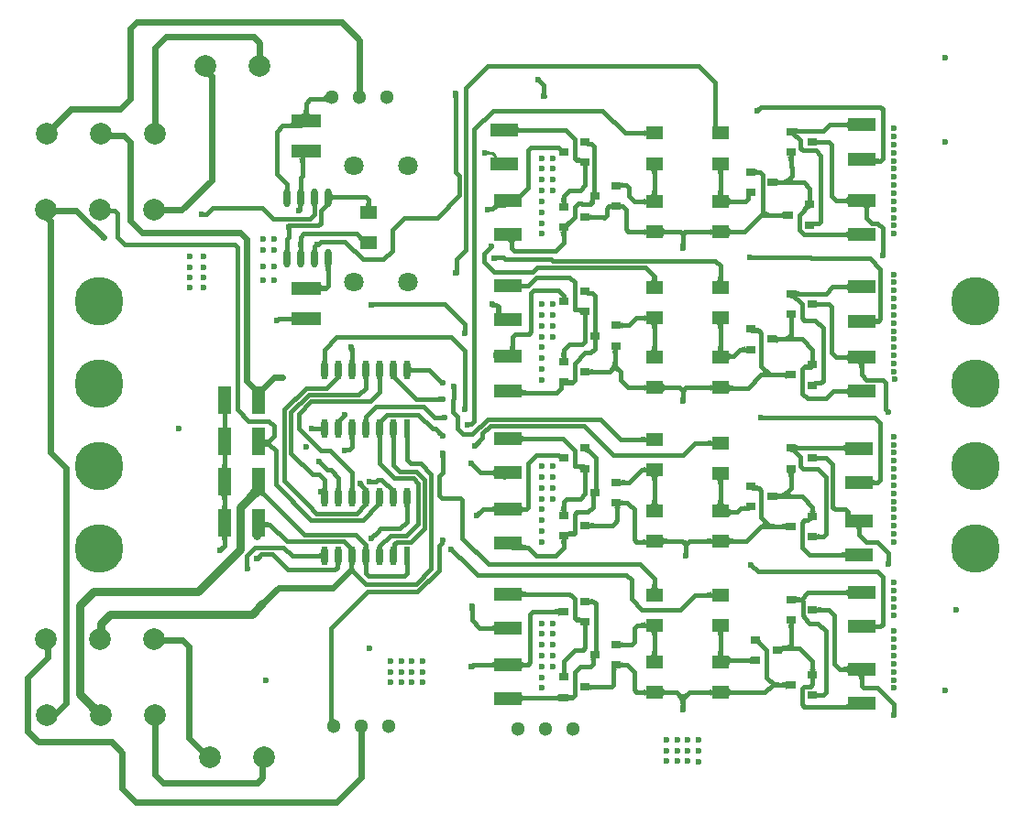
<source format=gbl>
G04*
G04 #@! TF.GenerationSoftware,Altium Limited,Altium Designer,22.6.1 (34)*
G04*
G04 Layer_Physical_Order=4*
G04 Layer_Color=16711680*
%FSLAX44Y44*%
%MOMM*%
G71*
G04*
G04 #@! TF.SameCoordinates,44C52635-D950-46A4-BE53-1BE2AF9ACA8F*
G04*
G04*
G04 #@! TF.FilePolarity,Positive*
G04*
G01*
G75*
%ADD12C,0.2540*%
%ADD23R,2.5000X1.1500*%
%ADD25R,1.1500X2.5000*%
%ADD43C,0.6000*%
%ADD44C,0.8000*%
%ADD45C,0.4000*%
%ADD46C,4.5000*%
%ADD47C,2.0000*%
%ADD48C,1.8000*%
%ADD49C,1.3000*%
%ADD50C,0.6000*%
%ADD52R,1.6500X1.2000*%
%ADD53O,0.6000X1.8000*%
%ADD54R,0.6000X1.8000*%
%ADD55R,0.9000X0.8000*%
%ADD56R,2.7000X1.3000*%
%ADD57O,0.6500X1.7500*%
G36*
X989262Y1042681D02*
X989300Y1042619D01*
X989363Y1042534D01*
X989566Y1042298D01*
X990277Y1041553D01*
X990518Y1041310D01*
X987690Y1038482D01*
X986280Y1039750D01*
X989250Y1042720D01*
X989262Y1042681D01*
D02*
G37*
G36*
X994061Y1029781D02*
X989861D01*
X989880Y1029818D01*
X989897Y1029888D01*
X989912Y1029993D01*
X989936Y1030304D01*
X989960Y1031333D01*
X989961Y1031675D01*
X993961D01*
X994061Y1029781D01*
D02*
G37*
G36*
X912081Y1027821D02*
X912064Y1027750D01*
X912049Y1027646D01*
X912025Y1027335D01*
X912001Y1026306D01*
X912000Y1025964D01*
X908000D01*
X907900Y1027858D01*
X912100D01*
X912081Y1027821D01*
D02*
G37*
G36*
X793005Y1020618D02*
X792357Y1020976D01*
X791096Y1021578D01*
X790483Y1021823D01*
X789290Y1022199D01*
X788711Y1022331D01*
X788143Y1022425D01*
X787586Y1022481D01*
X787041Y1022500D01*
X785855Y1026500D01*
X786462Y1026529D01*
X787039Y1026615D01*
X787586Y1026759D01*
X788102Y1026961D01*
X788587Y1027221D01*
X789042Y1027538D01*
X789466Y1027912D01*
X789859Y1028345D01*
X790222Y1028835D01*
X790555Y1029382D01*
X793005Y1020618D01*
D02*
G37*
G36*
X1193268Y1015440D02*
X1192000Y1014030D01*
X1189030Y1017000D01*
X1189069Y1017012D01*
X1189131Y1017050D01*
X1189216Y1017113D01*
X1189453Y1017316D01*
X1190197Y1018027D01*
X1190440Y1018268D01*
X1193268Y1015440D01*
D02*
G37*
G36*
X774020Y1013960D02*
X774080Y1013279D01*
X774180Y1012680D01*
X774320Y1012160D01*
X774500Y1011720D01*
X774720Y1011359D01*
X774980Y1011079D01*
X775280Y1010880D01*
X775620Y1010760D01*
X776000Y1010720D01*
X768000D01*
X768380Y1010760D01*
X768720Y1010880D01*
X769020Y1011079D01*
X769280Y1011359D01*
X769500Y1011720D01*
X769680Y1012160D01*
X769820Y1012680D01*
X769920Y1013279D01*
X769980Y1013960D01*
X770000Y1014719D01*
X774000D01*
X774020Y1013960D01*
D02*
G37*
G36*
X758531Y997781D02*
X758491Y997775D01*
X758371Y997769D01*
X754530Y997750D01*
Y1001750D01*
X755294Y1001770D01*
X755978Y1001830D01*
X756582Y1001930D01*
X757105Y1002070D01*
X757548Y1002250D01*
X757911Y1002470D01*
X758194Y1002730D01*
X758397Y1003030D01*
X758519Y1003370D01*
X758561Y1003750D01*
X758531Y997781D01*
D02*
G37*
G36*
X1272531Y996750D02*
X1272490Y997130D01*
X1272371Y997470D01*
X1272170Y997770D01*
X1271890Y998030D01*
X1271531Y998250D01*
X1271090Y998430D01*
X1270571Y998570D01*
X1269970Y998670D01*
X1269290Y998730D01*
X1268531Y998750D01*
Y1002750D01*
X1269290Y1002770D01*
X1269970Y1002830D01*
X1270571Y1002930D01*
X1271090Y1003070D01*
X1271531Y1003250D01*
X1271890Y1003470D01*
X1272170Y1003730D01*
X1272371Y1004030D01*
X1272490Y1004370D01*
X1272531Y1004750D01*
Y996750D01*
D02*
G37*
G36*
X1224510Y998190D02*
X1224630Y997941D01*
X1224829Y997720D01*
X1225109Y997529D01*
X1225470Y997367D01*
X1225910Y997235D01*
X1226430Y997132D01*
X1227029Y997059D01*
X1227710Y997015D01*
X1228469Y997000D01*
Y993000D01*
X1227705Y992980D01*
X1227021Y992920D01*
X1226417Y992820D01*
X1225894Y992680D01*
X1225500Y992520D01*
X1225821Y992119D01*
X1227298Y990530D01*
X1224470Y987702D01*
X1223646Y988497D01*
X1222172Y989748D01*
X1221521Y990203D01*
X1220926Y990546D01*
X1220389Y990775D01*
X1219909Y990891D01*
X1219487Y990894D01*
X1219121Y990784D01*
X1218813Y990561D01*
X1224439Y996187D01*
X1224216Y995879D01*
X1224106Y995513D01*
X1224109Y995091D01*
X1224225Y994611D01*
X1224452Y994080D01*
X1224470Y998469D01*
X1224510Y998190D01*
D02*
G37*
G36*
X967479Y999370D02*
X967600Y999030D01*
X967802Y998730D01*
X968084Y998470D01*
X968447Y998250D01*
X968890Y998070D01*
X969414Y997930D01*
X970018Y997830D01*
X970704Y997770D01*
X971469Y997750D01*
Y993750D01*
X970704Y993730D01*
X970018Y993670D01*
X969414Y993570D01*
X968890Y993430D01*
X968447Y993250D01*
X968084Y993030D01*
X967802Y992770D01*
X967600Y992470D01*
X967479Y992130D01*
X967439Y991750D01*
Y999750D01*
X967479Y999370D01*
D02*
G37*
G36*
X1085561Y989000D02*
X1085521Y989380D01*
X1085400Y989720D01*
X1085198Y990020D01*
X1084916Y990280D01*
X1084553Y990500D01*
X1084110Y990680D01*
X1083586Y990820D01*
X1082981Y990920D01*
X1082296Y990980D01*
X1081531Y991000D01*
Y995000D01*
X1082296Y995020D01*
X1082981Y995080D01*
X1083586Y995180D01*
X1084110Y995320D01*
X1084553Y995500D01*
X1084916Y995720D01*
X1085198Y995980D01*
X1085400Y996280D01*
X1085521Y996620D01*
X1085561Y997000D01*
Y989000D01*
D02*
G37*
G36*
X939813Y976942D02*
X939998Y976801D01*
X940198Y976677D01*
X940413Y976569D01*
X940643Y976478D01*
X940888Y976403D01*
X941148Y976345D01*
X941423Y976303D01*
X941713Y976278D01*
X942018Y976270D01*
Y973730D01*
X941713Y973722D01*
X941423Y973697D01*
X941148Y973655D01*
X940888Y973597D01*
X940643Y973522D01*
X940413Y973431D01*
X940198Y973323D01*
X939998Y973199D01*
X939813Y973058D01*
X939642Y972900D01*
Y977100D01*
X939813Y976942D01*
D02*
G37*
G36*
X948209Y971869D02*
X948241Y971464D01*
X948295Y971107D01*
X948371Y970797D01*
X948468Y970535D01*
X948588Y970320D01*
X948728Y970154D01*
X948891Y970034D01*
X949075Y969963D01*
X949280Y969939D01*
X944575D01*
X944781Y969963D01*
X944965Y970034D01*
X945127Y970154D01*
X945268Y970320D01*
X945387Y970535D01*
X945485Y970797D01*
X945560Y971107D01*
X945614Y971464D01*
X945647Y971869D01*
X945658Y972322D01*
X948198D01*
X948209Y971869D01*
D02*
G37*
G36*
X1223620Y971521D02*
X1223280Y971400D01*
X1222980Y971198D01*
X1222720Y970916D01*
X1222500Y970553D01*
X1222320Y970110D01*
X1222180Y969586D01*
X1222080Y968981D01*
X1222020Y968296D01*
X1222000Y967531D01*
X1218000D01*
X1217980Y968296D01*
X1217920Y968981D01*
X1217820Y969586D01*
X1217680Y970110D01*
X1217500Y970553D01*
X1217280Y970916D01*
X1217020Y971198D01*
X1216720Y971400D01*
X1216380Y971521D01*
X1216000Y971561D01*
X1224000D01*
X1223620Y971521D01*
D02*
G37*
G36*
X772370Y969771D02*
X772030Y969650D01*
X771730Y969448D01*
X771470Y969166D01*
X771250Y968803D01*
X771070Y968360D01*
X770930Y967836D01*
X770830Y967232D01*
X770770Y966546D01*
X770750Y965780D01*
X766750D01*
X766730Y966546D01*
X766670Y967232D01*
X766570Y967836D01*
X766430Y968360D01*
X766250Y968803D01*
X766030Y969166D01*
X765770Y969448D01*
X765470Y969650D01*
X765130Y969771D01*
X764750Y969811D01*
X772750D01*
X772370Y969771D01*
D02*
G37*
G36*
X1025530Y970219D02*
X1025561Y964470D01*
X1025521Y964808D01*
X1025406Y965110D01*
X1025214Y965378D01*
X1024947Y965609D01*
X1024604Y965805D01*
X1024184Y965965D01*
X1023690Y966090D01*
X1023119Y966179D01*
X1022472Y966232D01*
X1021750Y966250D01*
Y970250D01*
X1025530Y970219D01*
D02*
G37*
G36*
X1297481Y971120D02*
X1297603Y970780D01*
X1297805Y970480D01*
X1298088Y970220D01*
X1298450Y970000D01*
X1298894Y969820D01*
X1299417Y969680D01*
X1300021Y969580D01*
X1300705Y969520D01*
X1301470Y969500D01*
Y965500D01*
X1300710Y965480D01*
X1300029Y965421D01*
X1299429Y965323D01*
X1298909Y965185D01*
X1298470Y965008D01*
X1298109Y964791D01*
X1297829Y964535D01*
X1297630Y964240D01*
X1297509Y963905D01*
X1297469Y963531D01*
X1297439Y971500D01*
X1297481Y971120D01*
D02*
G37*
G36*
X1158370Y959021D02*
X1158030Y958900D01*
X1157730Y958698D01*
X1157470Y958416D01*
X1157250Y958053D01*
X1157070Y957610D01*
X1156930Y957086D01*
X1156830Y956481D01*
X1156770Y955796D01*
X1156750Y955031D01*
X1152750D01*
X1152730Y955796D01*
X1152670Y956481D01*
X1152570Y957086D01*
X1152430Y957610D01*
X1152250Y958053D01*
X1152030Y958416D01*
X1151770Y958698D01*
X1151470Y958900D01*
X1151130Y959021D01*
X1150750Y959061D01*
X1158750D01*
X1158370Y959021D01*
D02*
G37*
G36*
X1097370D02*
X1097030Y958900D01*
X1096730Y958698D01*
X1096470Y958416D01*
X1096250Y958053D01*
X1096070Y957610D01*
X1095930Y957086D01*
X1095830Y956481D01*
X1095770Y955796D01*
X1095750Y955031D01*
X1091750D01*
X1091730Y955796D01*
X1091670Y956481D01*
X1091570Y957086D01*
X1091430Y957610D01*
X1091250Y958053D01*
X1091030Y958416D01*
X1090770Y958698D01*
X1090470Y958900D01*
X1090130Y959021D01*
X1089750Y959061D01*
X1097750D01*
X1097370Y959021D01*
D02*
G37*
G36*
X1187010Y960595D02*
X1187130Y960260D01*
X1187329Y959965D01*
X1187609Y959709D01*
X1187970Y959492D01*
X1188410Y959315D01*
X1188930Y959177D01*
X1189529Y959079D01*
X1190210Y959020D01*
X1190969Y959000D01*
Y955000D01*
X1190210Y954980D01*
X1189529Y954921D01*
X1188930Y954823D01*
X1188410Y954685D01*
X1187970Y954508D01*
X1187609Y954291D01*
X1187329Y954035D01*
X1187130Y953739D01*
X1187010Y953405D01*
X1186970Y953030D01*
Y960969D01*
X1187010Y960595D01*
D02*
G37*
G36*
X1222257Y951929D02*
X1221836Y951467D01*
X1221543Y951055D01*
X1221379Y950690D01*
X1221343Y950374D01*
X1221436Y950107D01*
X1221657Y949889D01*
X1222007Y949719D01*
X1222486Y949597D01*
X1223093Y949524D01*
X1223828Y949500D01*
X1215000Y945500D01*
X1210969Y948839D01*
Y945500D01*
X1210210Y945480D01*
X1209529Y945421D01*
X1208930Y945323D01*
X1208410Y945185D01*
X1207970Y945008D01*
X1207609Y944791D01*
X1207329Y944535D01*
X1207130Y944240D01*
X1207010Y943905D01*
X1206970Y943531D01*
Y951469D01*
X1207010Y951095D01*
X1207130Y950760D01*
X1207329Y950465D01*
X1207609Y950209D01*
X1207970Y949992D01*
X1208410Y949815D01*
X1208930Y949677D01*
X1209529Y949579D01*
X1210210Y949520D01*
X1210506Y949512D01*
X1210960Y949528D01*
X1211725Y949613D01*
X1212466Y949755D01*
X1213184Y949953D01*
X1213879Y950207D01*
X1214550Y950518D01*
X1215198Y950886D01*
X1215822Y951310D01*
X1216423Y951791D01*
X1217000Y952328D01*
X1222257Y951929D01*
D02*
G37*
G36*
X1063260Y948190D02*
X1063380Y947941D01*
X1063579Y947720D01*
X1063859Y947529D01*
X1064220Y947367D01*
X1064660Y947235D01*
X1065180Y947132D01*
X1065779Y947059D01*
X1066460Y947015D01*
X1067219Y947000D01*
Y943000D01*
X1066460Y942980D01*
X1065779Y942920D01*
X1065180Y942820D01*
X1064660Y942680D01*
X1064220Y942500D01*
X1063859Y942280D01*
X1063579Y942020D01*
X1063380Y941720D01*
X1063260Y941380D01*
X1063220Y941000D01*
Y948469D01*
X1063260Y948190D01*
D02*
G37*
G36*
X974048Y936219D02*
X973253Y935396D01*
X972002Y933922D01*
X971547Y933271D01*
X971204Y932676D01*
X970975Y932139D01*
X970859Y931659D01*
X970856Y931237D01*
X970966Y930871D01*
X971189Y930563D01*
X965563Y936189D01*
X965871Y935966D01*
X966237Y935856D01*
X966659Y935859D01*
X967139Y935975D01*
X967676Y936204D01*
X968271Y936547D01*
X968922Y937002D01*
X969631Y937571D01*
X971219Y939048D01*
X974048Y936219D01*
D02*
G37*
G36*
X1156770Y938954D02*
X1156830Y938269D01*
X1156930Y937664D01*
X1157070Y937140D01*
X1157250Y936697D01*
X1157470Y936334D01*
X1157730Y936052D01*
X1158030Y935850D01*
X1158370Y935729D01*
X1158750Y935689D01*
X1150750D01*
X1151130Y935729D01*
X1151470Y935850D01*
X1151770Y936052D01*
X1152030Y936334D01*
X1152250Y936697D01*
X1152430Y937140D01*
X1152570Y937664D01*
X1152670Y938269D01*
X1152730Y938954D01*
X1152750Y939719D01*
X1156750D01*
X1156770Y938954D01*
D02*
G37*
G36*
X1095770D02*
X1095830Y938269D01*
X1095930Y937664D01*
X1096070Y937140D01*
X1096250Y936697D01*
X1096470Y936334D01*
X1096730Y936052D01*
X1097030Y935850D01*
X1097370Y935729D01*
X1097750Y935689D01*
X1089750D01*
X1090130Y935729D01*
X1090470Y935850D01*
X1090770Y936052D01*
X1091030Y936334D01*
X1091250Y936697D01*
X1091430Y937140D01*
X1091570Y937664D01*
X1091670Y938269D01*
X1091730Y938954D01*
X1091750Y939719D01*
X1095750D01*
X1095770Y938954D01*
D02*
G37*
G36*
X795457Y937370D02*
X795578Y937030D01*
X795780Y936730D01*
X796062Y936470D01*
X796424Y936250D01*
X796868Y936070D01*
X797392Y935930D01*
X797996Y935830D01*
X798681Y935770D01*
X799447Y935750D01*
Y931750D01*
X798681Y931730D01*
X797996Y931670D01*
X797392Y931570D01*
X796868Y931430D01*
X796424Y931250D01*
X796062Y931030D01*
X795780Y930770D01*
X795578Y930470D01*
X795457Y930130D01*
X795417Y929750D01*
Y937750D01*
X795457Y937370D01*
D02*
G37*
G36*
X1012020Y932114D02*
X1012080Y931429D01*
X1012180Y930824D01*
X1012320Y930300D01*
X1012500Y929857D01*
X1012720Y929494D01*
X1012980Y929212D01*
X1013280Y929010D01*
X1013620Y928889D01*
X1014000Y928849D01*
X1006000D01*
X1006380Y928889D01*
X1006720Y929010D01*
X1007020Y929212D01*
X1007280Y929494D01*
X1007500Y929857D01*
X1007680Y930300D01*
X1007820Y930824D01*
X1007920Y931429D01*
X1007980Y932114D01*
X1008000Y932879D01*
X1012000D01*
X1012020Y932114D01*
D02*
G37*
G36*
X1038477Y931038D02*
X1038429Y930968D01*
X1038387Y930852D01*
X1038351Y930690D01*
X1038320Y930482D01*
X1038275Y929928D01*
X1038250Y928750D01*
X1034250D01*
X1034280Y931031D01*
X1038531Y931061D01*
X1038477Y931038D01*
D02*
G37*
G36*
X1272531Y926750D02*
X1272490Y927130D01*
X1272371Y927470D01*
X1272170Y927770D01*
X1271890Y928030D01*
X1271531Y928250D01*
X1271090Y928430D01*
X1270571Y928570D01*
X1269970Y928670D01*
X1269290Y928730D01*
X1268531Y928750D01*
Y932750D01*
X1269290Y932770D01*
X1269970Y932830D01*
X1270571Y932930D01*
X1271090Y933070D01*
X1271531Y933250D01*
X1271890Y933470D01*
X1272170Y933730D01*
X1272371Y934030D01*
X1272490Y934370D01*
X1272531Y934750D01*
Y926750D01*
D02*
G37*
G36*
X1162979Y933370D02*
X1163100Y933030D01*
X1163302Y932730D01*
X1163584Y932470D01*
X1163947Y932250D01*
X1164390Y932070D01*
X1164914Y931930D01*
X1165518Y931830D01*
X1166204Y931770D01*
X1166970Y931750D01*
Y927750D01*
X1166204Y927730D01*
X1165518Y927670D01*
X1164914Y927570D01*
X1164390Y927430D01*
X1163947Y927250D01*
X1163584Y927030D01*
X1163302Y926770D01*
X1163100Y926470D01*
X1162979Y926130D01*
X1162939Y925750D01*
Y933750D01*
X1162979Y933370D01*
D02*
G37*
G36*
X1085561Y925750D02*
X1085521Y926130D01*
X1085400Y926470D01*
X1085198Y926770D01*
X1084916Y927030D01*
X1084553Y927250D01*
X1084110Y927430D01*
X1083586Y927570D01*
X1082981Y927670D01*
X1082296Y927730D01*
X1081531Y927750D01*
Y931750D01*
X1082296Y931770D01*
X1082981Y931830D01*
X1083586Y931930D01*
X1084110Y932070D01*
X1084553Y932250D01*
X1084916Y932470D01*
X1085198Y932730D01*
X1085400Y933030D01*
X1085521Y933370D01*
X1085561Y933750D01*
Y925750D01*
D02*
G37*
G36*
X831770Y928960D02*
X831830Y928279D01*
X831930Y927680D01*
X832070Y927160D01*
X832250Y926720D01*
X832470Y926359D01*
X832730Y926079D01*
X833030Y925880D01*
X833370Y925760D01*
X833750Y925720D01*
X825750D01*
X826130Y925760D01*
X826470Y925880D01*
X826770Y926079D01*
X827030Y926359D01*
X827250Y926720D01*
X827430Y927160D01*
X827570Y927680D01*
X827670Y928279D01*
X827730Y928960D01*
X827750Y929719D01*
X831750D01*
X831770Y928960D01*
D02*
G37*
G36*
X950076Y924781D02*
X949951Y924839D01*
X949770Y924822D01*
X949531Y924729D01*
X949237Y924560D01*
X948885Y924315D01*
X948477Y923994D01*
X947492Y923125D01*
X946281Y921952D01*
X943452Y924781D01*
X944077Y925415D01*
X945815Y927385D01*
X946060Y927737D01*
X946229Y928031D01*
X946322Y928270D01*
X946339Y928451D01*
X946281Y928576D01*
X950076Y924781D01*
D02*
G37*
G36*
X1054311Y923220D02*
X1054288Y923273D01*
X1054219Y923320D01*
X1054103Y923363D01*
X1053941Y923399D01*
X1053733Y923430D01*
X1053179Y923475D01*
X1052000Y923500D01*
Y927500D01*
X1052439Y927503D01*
X1053941Y927601D01*
X1054103Y927637D01*
X1054219Y927680D01*
X1054288Y927727D01*
X1054311Y927781D01*
Y923220D01*
D02*
G37*
G36*
X1238687Y923061D02*
X1238379Y923284D01*
X1238013Y923394D01*
X1237591Y923391D01*
X1237111Y923275D01*
X1236574Y923046D01*
X1235979Y922703D01*
X1235328Y922248D01*
X1234619Y921679D01*
X1233030Y920202D01*
X1230202Y923030D01*
X1230997Y923854D01*
X1232248Y925328D01*
X1232703Y925979D01*
X1233046Y926574D01*
X1233275Y927111D01*
X1233391Y927591D01*
X1233394Y928013D01*
X1233284Y928379D01*
X1233061Y928687D01*
X1238687Y923061D01*
D02*
G37*
G36*
X1293620Y925021D02*
X1293280Y924900D01*
X1292980Y924698D01*
X1292720Y924416D01*
X1292500Y924053D01*
X1292320Y923610D01*
X1292180Y923086D01*
X1292080Y922482D01*
X1292020Y921796D01*
X1292000Y921031D01*
X1288000D01*
X1287980Y921796D01*
X1287920Y922482D01*
X1287820Y923086D01*
X1287680Y923610D01*
X1287500Y924053D01*
X1287280Y924416D01*
X1287020Y924698D01*
X1286720Y924900D01*
X1286380Y925021D01*
X1286000Y925061D01*
X1294000D01*
X1293620Y925021D01*
D02*
G37*
G36*
X1196577Y921291D02*
X1197178Y920810D01*
X1197803Y920386D01*
X1198450Y920018D01*
X1199121Y919707D01*
X1199816Y919453D01*
X1200534Y919255D01*
X1201275Y919113D01*
X1202040Y919028D01*
X1202828Y919000D01*
X1198000Y915000D01*
X1192000Y919000D01*
X1192409Y919013D01*
X1192568Y919029D01*
X1192698Y919052D01*
X1192797Y919082D01*
X1192866Y919118D01*
X1192906Y919160D01*
X1192915Y919209D01*
X1192895Y919265D01*
X1192844Y919327D01*
X1196000Y921828D01*
X1196577Y921291D01*
D02*
G37*
G36*
X1213030Y913531D02*
X1212990Y913810D01*
X1212870Y914060D01*
X1212671Y914280D01*
X1212391Y914471D01*
X1212030Y914633D01*
X1211590Y914765D01*
X1211070Y914868D01*
X1210471Y914941D01*
X1209790Y914985D01*
X1209031Y915000D01*
Y919000D01*
X1209795Y919020D01*
X1210479Y919080D01*
X1211083Y919180D01*
X1211606Y919320D01*
X1212049Y919500D01*
X1212412Y919720D01*
X1212695Y919980D01*
X1212897Y920280D01*
X1213019Y920620D01*
X1213061Y921000D01*
X1213030Y913531D01*
D02*
G37*
G36*
X1034510Y919005D02*
X1034630Y918671D01*
X1034829Y918375D01*
X1035109Y918119D01*
X1035470Y917902D01*
X1035910Y917725D01*
X1036430Y917587D01*
X1037029Y917489D01*
X1037710Y917430D01*
X1038469Y917410D01*
Y913410D01*
X1037710Y913390D01*
X1037029Y913331D01*
X1036430Y913233D01*
X1035910Y913095D01*
X1035470Y912918D01*
X1035109Y912701D01*
X1034829Y912445D01*
X1034630Y912150D01*
X1034510Y911815D01*
X1034470Y911441D01*
Y919380D01*
X1034510Y919005D01*
D02*
G37*
G36*
X1017298Y909880D02*
X1016503Y909056D01*
X1015252Y907582D01*
X1014797Y906931D01*
X1014454Y906336D01*
X1014225Y905799D01*
X1014109Y905319D01*
X1014106Y904897D01*
X1014216Y904531D01*
X1014439Y904223D01*
X1008813Y909849D01*
X1009121Y909626D01*
X1009487Y909516D01*
X1009909Y909519D01*
X1010389Y909635D01*
X1010926Y909864D01*
X1011521Y910207D01*
X1012172Y910662D01*
X1012881Y911231D01*
X1014470Y912708D01*
X1017298Y909880D01*
D02*
G37*
G36*
X1013620Y901931D02*
X1013280Y901810D01*
X1012980Y901608D01*
X1012720Y901326D01*
X1012500Y900963D01*
X1012320Y900520D01*
X1012180Y899996D01*
X1012080Y899391D01*
X1012020Y898706D01*
X1012000Y897941D01*
X1008000D01*
X1007980Y898706D01*
X1007920Y899391D01*
X1007820Y899996D01*
X1007680Y900520D01*
X1007500Y900963D01*
X1007280Y901326D01*
X1007020Y901608D01*
X1006720Y901810D01*
X1006380Y901931D01*
X1006000Y901971D01*
X1014000D01*
X1013620Y901931D01*
D02*
G37*
G36*
X1162979Y905370D02*
X1163100Y905030D01*
X1163302Y904730D01*
X1163584Y904470D01*
X1163947Y904250D01*
X1164390Y904070D01*
X1164914Y903930D01*
X1165518Y903830D01*
X1166204Y903770D01*
X1166970Y903750D01*
Y899750D01*
X1166204Y899730D01*
X1165518Y899670D01*
X1164914Y899570D01*
X1164390Y899430D01*
X1163947Y899250D01*
X1163584Y899030D01*
X1163302Y898770D01*
X1163100Y898470D01*
X1162979Y898130D01*
X1162939Y897750D01*
Y905750D01*
X1162979Y905370D01*
D02*
G37*
G36*
X1146561Y897750D02*
X1146521Y898130D01*
X1146400Y898470D01*
X1146198Y898770D01*
X1145916Y899030D01*
X1145553Y899250D01*
X1145110Y899430D01*
X1144586Y899570D01*
X1143981Y899670D01*
X1143296Y899730D01*
X1142531Y899750D01*
Y903750D01*
X1143296Y903770D01*
X1143981Y903830D01*
X1144586Y903930D01*
X1145110Y904070D01*
X1145553Y904250D01*
X1145916Y904470D01*
X1146198Y904730D01*
X1146400Y905030D01*
X1146521Y905370D01*
X1146561Y905750D01*
Y897750D01*
D02*
G37*
G36*
X1101979Y905370D02*
X1102100Y905030D01*
X1102302Y904730D01*
X1102584Y904470D01*
X1102947Y904250D01*
X1103390Y904070D01*
X1103914Y903930D01*
X1104519Y903830D01*
X1105204Y903770D01*
X1105969Y903750D01*
Y899750D01*
X1105204Y899730D01*
X1104519Y899670D01*
X1103914Y899570D01*
X1103390Y899430D01*
X1102947Y899250D01*
X1102584Y899030D01*
X1102302Y898770D01*
X1102100Y898470D01*
X1101979Y898130D01*
X1101939Y897750D01*
Y905750D01*
X1101979Y905370D01*
D02*
G37*
G36*
X1085561Y897750D02*
X1085521Y898130D01*
X1085400Y898470D01*
X1085198Y898770D01*
X1084916Y899030D01*
X1084553Y899250D01*
X1084110Y899430D01*
X1083586Y899570D01*
X1082981Y899670D01*
X1082296Y899730D01*
X1081531Y899750D01*
Y903750D01*
X1082296Y903770D01*
X1082981Y903830D01*
X1083586Y903930D01*
X1084110Y904070D01*
X1084553Y904250D01*
X1084916Y904470D01*
X1085198Y904730D01*
X1085400Y905030D01*
X1085521Y905370D01*
X1085561Y905750D01*
Y897750D01*
D02*
G37*
G36*
X1272531Y895250D02*
X1272490Y895630D01*
X1272371Y895970D01*
X1272170Y896270D01*
X1271890Y896530D01*
X1271531Y896750D01*
X1271090Y896930D01*
X1270571Y897070D01*
X1269970Y897170D01*
X1269290Y897230D01*
X1268531Y897250D01*
Y901250D01*
X1269290Y901270D01*
X1269970Y901330D01*
X1270571Y901430D01*
X1271090Y901570D01*
X1271531Y901750D01*
X1271890Y901970D01*
X1272170Y902230D01*
X1272371Y902530D01*
X1272490Y902870D01*
X1272531Y903250D01*
Y895250D01*
D02*
G37*
G36*
X822241Y899855D02*
X824034Y898322D01*
X824518Y897993D01*
X824946Y897756D01*
X825317Y897610D01*
X825632Y897555D01*
X825890Y897592D01*
X826091Y897719D01*
X821531Y893159D01*
X821658Y893360D01*
X821694Y893618D01*
X821640Y893933D01*
X821494Y894304D01*
X821256Y894732D01*
X820928Y895216D01*
X820508Y895757D01*
X819395Y897009D01*
X818702Y897719D01*
X821531Y900548D01*
X822241Y899855D01*
D02*
G37*
G36*
X965793Y893271D02*
X965453Y893150D01*
X965153Y892948D01*
X964893Y892666D01*
X964673Y892303D01*
X964493Y891860D01*
X964353Y891336D01*
X964253Y890731D01*
X964193Y890046D01*
X964173Y889280D01*
X960173D01*
X960153Y890046D01*
X960093Y890731D01*
X959993Y891336D01*
X959853Y891860D01*
X959673Y892303D01*
X959453Y892666D01*
X959193Y892948D01*
X958893Y893150D01*
X958553Y893271D01*
X958173Y893311D01*
X966173D01*
X965793Y893271D01*
D02*
G37*
G36*
X1122100Y889142D02*
X1117900D01*
X1117919Y889179D01*
X1117936Y889249D01*
X1117951Y889354D01*
X1117975Y889665D01*
X1117999Y890694D01*
X1118000Y891036D01*
X1122000D01*
X1122100Y889142D01*
D02*
G37*
G36*
X1307100Y882142D02*
X1302900D01*
X1302919Y882179D01*
X1302936Y882250D01*
X1302951Y882354D01*
X1302975Y882665D01*
X1302999Y883694D01*
X1303000Y884036D01*
X1307000D01*
X1307100Y882142D01*
D02*
G37*
G36*
X1184179Y880081D02*
X1184249Y880064D01*
X1184354Y880049D01*
X1184665Y880025D01*
X1185694Y880001D01*
X1186036Y880000D01*
Y876000D01*
X1184142Y875900D01*
Y880100D01*
X1184179Y880081D01*
D02*
G37*
G36*
X794858Y870137D02*
X794720Y869842D01*
X794598Y869491D01*
X794492Y869084D01*
X794403Y868622D01*
X794273Y867531D01*
X794232Y866902D01*
X794200Y865477D01*
X790200D01*
X790192Y866217D01*
X790070Y868104D01*
X789997Y868622D01*
X789802Y869491D01*
X789680Y869842D01*
X789542Y870137D01*
X789388Y870376D01*
X795012D01*
X794858Y870137D01*
D02*
G37*
G36*
X913194Y864820D02*
X909234Y866220D01*
X909285Y866261D01*
X909330Y866336D01*
X909370Y866444D01*
X909404Y866585D01*
X909434Y866759D01*
X909476Y867207D01*
X909497Y867788D01*
X909500Y868128D01*
X913500D01*
X913194Y864820D01*
D02*
G37*
G36*
X1156770Y859704D02*
X1156830Y859019D01*
X1156930Y858414D01*
X1157070Y857890D01*
X1157250Y857447D01*
X1157470Y857084D01*
X1157730Y856802D01*
X1158030Y856600D01*
X1158370Y856479D01*
X1158750Y856439D01*
X1150750D01*
X1151130Y856479D01*
X1151470Y856600D01*
X1151770Y856802D01*
X1152030Y857084D01*
X1152250Y857447D01*
X1152430Y857890D01*
X1152570Y858414D01*
X1152670Y859019D01*
X1152730Y859704D01*
X1152750Y860470D01*
X1156750D01*
X1156770Y859704D01*
D02*
G37*
G36*
X1095770D02*
X1095830Y859019D01*
X1095930Y858414D01*
X1096070Y857890D01*
X1096250Y857447D01*
X1096470Y857084D01*
X1096730Y856802D01*
X1097030Y856600D01*
X1097370Y856479D01*
X1097750Y856439D01*
X1089750D01*
X1090130Y856479D01*
X1090470Y856600D01*
X1090770Y856802D01*
X1091030Y857084D01*
X1091250Y857447D01*
X1091430Y857890D01*
X1091570Y858414D01*
X1091670Y859019D01*
X1091730Y859704D01*
X1091750Y860470D01*
X1095750D01*
X1095770Y859704D01*
D02*
G37*
G36*
X1272561Y846750D02*
X1272521Y847130D01*
X1272400Y847470D01*
X1272198Y847770D01*
X1271916Y848030D01*
X1271553Y848250D01*
X1271110Y848430D01*
X1270586Y848570D01*
X1269982Y848670D01*
X1269296Y848730D01*
X1268531Y848750D01*
Y852750D01*
X1269296Y852770D01*
X1269982Y852830D01*
X1270586Y852930D01*
X1271110Y853070D01*
X1271553Y853250D01*
X1271916Y853470D01*
X1272198Y853730D01*
X1272400Y854030D01*
X1272521Y854370D01*
X1272561Y854750D01*
Y846750D01*
D02*
G37*
G36*
X785978Y853279D02*
X786096Y852958D01*
X786292Y852675D01*
X786566Y852429D01*
X786918Y852222D01*
X787349Y852052D01*
X787859Y851920D01*
X788447Y851825D01*
X789112Y851769D01*
X789857Y851750D01*
Y847750D01*
X789112Y847731D01*
X788447Y847674D01*
X787859Y847580D01*
X787349Y847448D01*
X786918Y847278D01*
X786566Y847070D01*
X786292Y846825D01*
X786096Y846542D01*
X785978Y846221D01*
X785939Y845863D01*
Y853637D01*
X785978Y853279D01*
D02*
G37*
G36*
X1224510Y848095D02*
X1224630Y847760D01*
X1224829Y847465D01*
X1225109Y847209D01*
X1225470Y846992D01*
X1225910Y846815D01*
X1226430Y846677D01*
X1227029Y846579D01*
X1227710Y846520D01*
X1228469Y846500D01*
Y842500D01*
X1227710Y842480D01*
X1227029Y842421D01*
X1226430Y842323D01*
X1225910Y842185D01*
X1225803Y842142D01*
X1225821Y842119D01*
X1227298Y840530D01*
X1224470Y837702D01*
X1223646Y838497D01*
X1222172Y839748D01*
X1221521Y840203D01*
X1220926Y840546D01*
X1220389Y840775D01*
X1219909Y840891D01*
X1219487Y840894D01*
X1219121Y840784D01*
X1218813Y840561D01*
X1224439Y846187D01*
X1224216Y845879D01*
X1224106Y845513D01*
X1224109Y845091D01*
X1224225Y844611D01*
X1224454Y844074D01*
X1224470Y844047D01*
Y848469D01*
X1224510Y848095D01*
D02*
G37*
G36*
X836628Y833000D02*
X836288Y832997D01*
X835259Y832934D01*
X835085Y832904D01*
X834944Y832870D01*
X834836Y832830D01*
X834761Y832785D01*
X834720Y832734D01*
X833320Y836694D01*
X836628Y837000D01*
Y833000D01*
D02*
G37*
G36*
X951890Y829705D02*
X951951Y829021D01*
X952050Y828417D01*
X952190Y827894D01*
X952371Y827451D01*
X952590Y827088D01*
X952850Y826805D01*
X953150Y826603D01*
X953491Y826481D01*
X953870Y826439D01*
X946281Y826469D01*
X946583Y826509D01*
X946853Y826629D01*
X947091Y826830D01*
X947298Y827110D01*
X947473Y827469D01*
X947616Y827909D01*
X947727Y828429D01*
X947807Y829029D01*
X947855Y829709D01*
X947870Y830470D01*
X951870D01*
X951890Y829705D01*
D02*
G37*
G36*
X1025561Y825843D02*
X1025519Y826223D01*
X1025397Y826563D01*
X1025194Y826863D01*
X1024911Y827123D01*
X1024548Y827343D01*
X1024105Y827523D01*
X1023582Y827663D01*
X1022978Y827763D01*
X1022294Y827823D01*
X1021531Y827843D01*
Y831843D01*
X1025530Y831970D01*
X1025561Y825843D01*
D02*
G37*
G36*
X1085561Y818000D02*
X1085521Y818380D01*
X1085400Y818720D01*
X1085198Y819020D01*
X1084916Y819280D01*
X1084553Y819500D01*
X1084110Y819680D01*
X1083586Y819820D01*
X1082981Y819920D01*
X1082296Y819980D01*
X1081531Y820000D01*
Y824000D01*
X1082296Y824020D01*
X1082981Y824080D01*
X1083586Y824180D01*
X1084110Y824320D01*
X1084553Y824500D01*
X1084916Y824720D01*
X1085198Y824980D01*
X1085400Y825280D01*
X1085521Y825620D01*
X1085561Y826000D01*
Y818000D01*
D02*
G37*
G36*
X1297497Y821882D02*
X1297581Y821749D01*
X1297720Y821632D01*
X1297914Y821531D01*
X1298165Y821445D01*
X1298470Y821375D01*
X1298832Y821320D01*
X1299249Y821281D01*
X1300250Y821250D01*
Y817250D01*
X1299722Y817242D01*
X1298832Y817180D01*
X1298470Y817125D01*
X1298165Y817055D01*
X1297914Y816969D01*
X1297720Y816868D01*
X1297581Y816750D01*
X1297497Y816618D01*
X1297469Y816469D01*
Y822030D01*
X1297497Y821882D01*
D02*
G37*
G36*
X1158370Y816490D02*
X1158030Y816370D01*
X1157730Y816171D01*
X1157470Y815891D01*
X1157250Y815530D01*
X1157070Y815090D01*
X1156930Y814570D01*
X1156830Y813970D01*
X1156770Y813290D01*
X1156750Y812531D01*
X1152750D01*
X1152730Y813290D01*
X1152670Y813970D01*
X1152570Y814570D01*
X1152430Y815090D01*
X1152250Y815530D01*
X1152030Y815891D01*
X1151770Y816171D01*
X1151470Y816370D01*
X1151130Y816490D01*
X1150750Y816531D01*
X1158750D01*
X1158370Y816490D01*
D02*
G37*
G36*
X1097370D02*
X1097030Y816370D01*
X1096730Y816171D01*
X1096470Y815891D01*
X1096250Y815530D01*
X1096070Y815090D01*
X1095930Y814570D01*
X1095830Y813970D01*
X1095770Y813290D01*
X1095750Y812531D01*
X1091750D01*
X1091730Y813290D01*
X1091670Y813970D01*
X1091570Y814570D01*
X1091430Y815090D01*
X1091250Y815530D01*
X1091030Y815891D01*
X1090770Y816171D01*
X1090470Y816370D01*
X1090130Y816490D01*
X1089750Y816531D01*
X1097750D01*
X1097370Y816490D01*
D02*
G37*
G36*
X1063260Y818845D02*
X1063380Y818511D01*
X1063579Y818215D01*
X1063859Y817959D01*
X1064220Y817742D01*
X1064660Y817565D01*
X1065180Y817427D01*
X1065779Y817329D01*
X1066460Y817270D01*
X1067219Y817250D01*
Y813250D01*
X1066460Y813230D01*
X1065779Y813171D01*
X1065180Y813073D01*
X1064660Y812935D01*
X1064220Y812758D01*
X1063859Y812541D01*
X1063579Y812285D01*
X1063380Y811990D01*
X1063260Y811655D01*
X1063220Y811281D01*
Y819220D01*
X1063260Y818845D01*
D02*
G37*
G36*
X1186972Y813633D02*
X1187070Y813431D01*
X1187231Y813253D01*
X1187457Y813099D01*
X1187747Y812968D01*
X1188100Y812861D01*
X1188518Y812778D01*
X1189000Y812719D01*
X1189547Y812683D01*
X1190157Y812672D01*
Y808671D01*
X1189551Y808665D01*
X1188117Y808569D01*
X1187766Y808511D01*
X1187479Y808441D01*
X1187256Y808357D01*
X1187097Y808261D01*
X1187001Y808152D01*
X1186970Y808030D01*
X1186939Y813859D01*
X1186972Y813633D01*
D02*
G37*
G36*
X1221414Y804836D02*
X1221390Y804772D01*
X1221453Y804715D01*
X1221603Y804665D01*
X1224322Y804503D01*
X1225078Y804500D01*
X1216250Y800500D01*
X1211422Y804500D01*
X1212210Y804528D01*
X1212975Y804613D01*
X1213716Y804754D01*
X1214434Y804952D01*
X1215129Y805207D01*
X1215800Y805518D01*
X1216448Y805886D01*
X1217072Y806310D01*
X1217673Y806791D01*
X1218250Y807328D01*
X1221414Y804836D01*
D02*
G37*
G36*
X1207010Y806095D02*
X1207130Y805760D01*
X1207329Y805465D01*
X1207609Y805209D01*
X1207970Y804992D01*
X1208410Y804815D01*
X1208930Y804677D01*
X1209529Y804579D01*
X1210210Y804520D01*
X1210969Y804500D01*
Y800500D01*
X1210210Y800480D01*
X1209529Y800421D01*
X1208930Y800323D01*
X1208410Y800185D01*
X1207970Y800008D01*
X1207609Y799791D01*
X1207329Y799535D01*
X1207130Y799240D01*
X1207010Y798905D01*
X1206970Y798531D01*
Y806469D01*
X1207010Y806095D01*
D02*
G37*
G36*
X964520Y795454D02*
X964580Y794769D01*
X964680Y794164D01*
X964820Y793640D01*
X965000Y793197D01*
X965220Y792834D01*
X965480Y792552D01*
X965780Y792350D01*
X966120Y792229D01*
X966500Y792189D01*
X958500D01*
X958880Y792229D01*
X959220Y792350D01*
X959520Y792552D01*
X959780Y792834D01*
X960000Y793197D01*
X960180Y793640D01*
X960320Y794164D01*
X960420Y794769D01*
X960480Y795454D01*
X960500Y796219D01*
X964500D01*
X964520Y795454D01*
D02*
G37*
G36*
X1156770Y794954D02*
X1156830Y794268D01*
X1156930Y793664D01*
X1157070Y793140D01*
X1157250Y792697D01*
X1157470Y792334D01*
X1157730Y792052D01*
X1158030Y791850D01*
X1158370Y791729D01*
X1158750Y791689D01*
X1150750D01*
X1151130Y791729D01*
X1151470Y791850D01*
X1151770Y792052D01*
X1152030Y792334D01*
X1152250Y792697D01*
X1152430Y793140D01*
X1152570Y793664D01*
X1152670Y794268D01*
X1152730Y794954D01*
X1152750Y795720D01*
X1156750D01*
X1156770Y794954D01*
D02*
G37*
G36*
X1095770D02*
X1095830Y794268D01*
X1095930Y793664D01*
X1096070Y793140D01*
X1096250Y792697D01*
X1096470Y792334D01*
X1096730Y792052D01*
X1097030Y791850D01*
X1097370Y791729D01*
X1097750Y791689D01*
X1089750D01*
X1090130Y791729D01*
X1090470Y791850D01*
X1090770Y792052D01*
X1091030Y792334D01*
X1091250Y792697D01*
X1091430Y793140D01*
X1091570Y793664D01*
X1091670Y794268D01*
X1091730Y794954D01*
X1091750Y795720D01*
X1095750D01*
X1095770Y794954D01*
D02*
G37*
G36*
X816550Y790640D02*
X812550Y790604D01*
X812547Y790945D01*
X812483Y791973D01*
X812454Y792147D01*
X812419Y792287D01*
X812379Y792394D01*
X812334Y792468D01*
X812283Y792508D01*
X816217Y793978D01*
X816550Y790640D01*
D02*
G37*
G36*
X1178030Y789031D02*
X1177990Y789405D01*
X1177870Y789740D01*
X1177671Y790035D01*
X1177391Y790291D01*
X1177030Y790508D01*
X1176590Y790685D01*
X1176070Y790823D01*
X1175471Y790921D01*
X1174790Y790980D01*
X1174031Y791000D01*
Y795000D01*
X1174790Y795020D01*
X1175471Y795079D01*
X1176070Y795177D01*
X1176590Y795315D01*
X1177030Y795492D01*
X1177391Y795709D01*
X1177671Y795965D01*
X1177870Y796261D01*
X1177990Y796595D01*
X1178030Y796970D01*
Y789031D01*
D02*
G37*
G36*
X1061120Y792269D02*
X1060780Y792147D01*
X1060480Y791945D01*
X1060220Y791662D01*
X1060000Y791299D01*
X1059820Y790856D01*
X1059680Y790332D01*
X1059580Y789729D01*
X1059520Y789045D01*
X1059500Y788280D01*
X1055500D01*
X1055488Y789041D01*
X1055390Y790321D01*
X1055305Y790841D01*
X1055195Y791281D01*
X1055061Y791640D01*
X1054902Y791920D01*
X1054719Y792121D01*
X1054512Y792241D01*
X1054280Y792281D01*
X1061500Y792311D01*
X1061120Y792269D01*
D02*
G37*
G36*
X1012020Y789204D02*
X1012080Y788519D01*
X1012180Y787914D01*
X1012320Y787390D01*
X1012500Y786947D01*
X1012720Y786584D01*
X1012980Y786302D01*
X1013280Y786100D01*
X1013620Y785979D01*
X1014000Y785939D01*
X1006000D01*
X1006380Y785979D01*
X1006720Y786100D01*
X1007020Y786302D01*
X1007280Y786584D01*
X1007500Y786947D01*
X1007680Y787390D01*
X1007820Y787914D01*
X1007920Y788519D01*
X1007980Y789204D01*
X1008000Y789969D01*
X1012000D01*
X1012020Y789204D01*
D02*
G37*
G36*
X949679Y789581D02*
X949750Y789564D01*
X949854Y789549D01*
X950165Y789525D01*
X951194Y789501D01*
X951536Y789500D01*
Y785500D01*
X949642Y785400D01*
Y789600D01*
X949679Y789581D01*
D02*
G37*
G36*
X1162976Y790023D02*
X1163088Y789737D01*
X1163274Y789484D01*
X1163534Y789264D01*
X1163868Y789079D01*
X1164277Y788927D01*
X1164761Y788809D01*
X1165318Y788724D01*
X1165950Y788674D01*
X1166657Y788657D01*
Y784657D01*
X1165950Y784640D01*
X1165318Y784589D01*
X1164761Y784505D01*
X1164277Y784387D01*
X1163868Y784235D01*
X1163534Y784049D01*
X1163274Y783830D01*
X1163088Y783577D01*
X1162976Y783290D01*
X1162939Y782970D01*
Y790344D01*
X1162976Y790023D01*
D02*
G37*
G36*
X1272531Y781750D02*
X1272490Y782130D01*
X1272371Y782470D01*
X1272170Y782770D01*
X1271890Y783030D01*
X1271531Y783250D01*
X1271090Y783430D01*
X1270571Y783570D01*
X1269970Y783670D01*
X1269290Y783730D01*
X1268531Y783750D01*
Y787750D01*
X1269290Y787770D01*
X1269970Y787830D01*
X1270571Y787930D01*
X1271090Y788070D01*
X1271531Y788250D01*
X1271890Y788470D01*
X1272170Y788730D01*
X1272371Y789030D01*
X1272490Y789370D01*
X1272531Y789750D01*
Y781750D01*
D02*
G37*
G36*
X816556Y785453D02*
X816764Y782623D01*
X816841Y782247D01*
X816930Y781934D01*
X817031Y781684D01*
X817144Y781498D01*
X811956D01*
X812069Y781684D01*
X812170Y781934D01*
X812259Y782247D01*
X812336Y782623D01*
X812402Y783062D01*
X812497Y784131D01*
X812544Y785453D01*
X812550Y786208D01*
X816550D01*
X816556Y785453D01*
D02*
G37*
G36*
X1288620Y780021D02*
X1288280Y779900D01*
X1287980Y779698D01*
X1287720Y779416D01*
X1287500Y779053D01*
X1287320Y778610D01*
X1287180Y778086D01*
X1287080Y777482D01*
X1287020Y776796D01*
X1287000Y776031D01*
X1283000D01*
X1282980Y776796D01*
X1282920Y777482D01*
X1282820Y778086D01*
X1282680Y778610D01*
X1282500Y779053D01*
X1282280Y779416D01*
X1282020Y779698D01*
X1281720Y779900D01*
X1281380Y780021D01*
X1281000Y780061D01*
X1289000D01*
X1288620Y780021D01*
D02*
G37*
G36*
X1235530Y775031D02*
X1235495Y775025D01*
X1235389Y775020D01*
X1232000Y775000D01*
Y779000D01*
X1232675Y779015D01*
X1233279Y779061D01*
X1233812Y779138D01*
X1234275Y779245D01*
X1234667Y779383D01*
X1234987Y779551D01*
X1235237Y779750D01*
X1235416Y779979D01*
X1235524Y780240D01*
X1235561Y780530D01*
X1235530Y775031D01*
D02*
G37*
G36*
X1059528Y781540D02*
X1059613Y780775D01*
X1059754Y780034D01*
X1059952Y779316D01*
X1060207Y778621D01*
X1060518Y777950D01*
X1060886Y777302D01*
X1061310Y776678D01*
X1061791Y776077D01*
X1062328Y775500D01*
X1060328Y771843D01*
X1059763Y772352D01*
X1059197Y772748D01*
X1058631Y773031D01*
X1058066Y773201D01*
X1057500Y773257D01*
X1056934Y773201D01*
X1056369Y773031D01*
X1055803Y772748D01*
X1055237Y772352D01*
X1054672Y771843D01*
X1052672Y775500D01*
X1053209Y776077D01*
X1053690Y776678D01*
X1054114Y777302D01*
X1054482Y777950D01*
X1054793Y778621D01*
X1055047Y779316D01*
X1055245Y780034D01*
X1055387Y780775D01*
X1055472Y781540D01*
X1055500Y782328D01*
X1059500D01*
X1059528Y781540D01*
D02*
G37*
G36*
X868355Y777620D02*
X868476Y777280D01*
X868677Y776980D01*
X868960Y776720D01*
X869322Y776500D01*
X869766Y776320D01*
X870290Y776180D01*
X870894Y776080D01*
X871579Y776020D01*
X872345Y776000D01*
Y772000D01*
X871579Y771980D01*
X870894Y771920D01*
X870290Y771820D01*
X869766Y771680D01*
X869322Y771500D01*
X868960Y771280D01*
X868677Y771020D01*
X868476Y770720D01*
X868355Y770380D01*
X868315Y770000D01*
Y778000D01*
X868355Y777620D01*
D02*
G37*
G36*
X1034510Y776095D02*
X1034630Y775760D01*
X1034829Y775465D01*
X1035109Y775209D01*
X1035470Y774992D01*
X1035910Y774815D01*
X1036430Y774677D01*
X1037029Y774579D01*
X1037710Y774520D01*
X1038469Y774500D01*
Y770500D01*
X1037710Y770480D01*
X1037029Y770421D01*
X1036430Y770323D01*
X1035910Y770185D01*
X1035470Y770008D01*
X1035109Y769791D01*
X1034829Y769535D01*
X1034630Y769240D01*
X1034510Y768905D01*
X1034470Y768531D01*
Y776469D01*
X1034510Y776095D01*
D02*
G37*
G36*
X1199077Y773791D02*
X1199678Y773310D01*
X1200303Y772886D01*
X1200950Y772518D01*
X1201621Y772207D01*
X1202316Y771953D01*
X1203034Y771755D01*
X1203775Y771613D01*
X1204540Y771528D01*
X1205328Y771500D01*
X1200500Y767500D01*
X1192000Y771500D01*
X1192669Y771528D01*
X1193209Y771613D01*
X1193618Y771755D01*
X1193897Y771953D01*
X1194047Y772207D01*
X1194066Y772518D01*
X1193955Y772886D01*
X1193715Y773310D01*
X1193344Y773791D01*
X1192843Y774328D01*
X1198500D01*
X1199077Y773791D01*
D02*
G37*
G36*
X1215530Y765530D02*
X1215490Y765905D01*
X1215370Y766239D01*
X1215171Y766535D01*
X1214891Y766791D01*
X1214530Y767008D01*
X1214090Y767185D01*
X1213570Y767323D01*
X1212971Y767421D01*
X1212290Y767480D01*
X1211531Y767500D01*
Y771500D01*
X1212290Y771520D01*
X1212971Y771579D01*
X1213570Y771677D01*
X1214090Y771815D01*
X1214530Y771992D01*
X1214891Y772209D01*
X1215171Y772465D01*
X1215370Y772760D01*
X1215490Y773095D01*
X1215530Y773469D01*
Y765530D01*
D02*
G37*
G36*
X896556Y766004D02*
X897657Y765037D01*
X897729Y765002D01*
X897779Y764992D01*
X895004Y761839D01*
X894991Y761863D01*
X894952Y761912D01*
X894799Y762082D01*
X893729Y763172D01*
X896314Y766244D01*
X896556Y766004D01*
D02*
G37*
G36*
X1014471Y765462D02*
X1014568Y765260D01*
X1014729Y765082D01*
X1014954Y764928D01*
X1015244Y764797D01*
X1015597Y764690D01*
X1016016Y764607D01*
X1016498Y764548D01*
X1017046Y764512D01*
X1017657Y764500D01*
Y760500D01*
X1017046Y760488D01*
X1016016Y760393D01*
X1015597Y760310D01*
X1015244Y760203D01*
X1014954Y760072D01*
X1014729Y759918D01*
X1014568Y759740D01*
X1014471Y759538D01*
X1014439Y759313D01*
Y765687D01*
X1014471Y765462D01*
D02*
G37*
G36*
X1247500Y760000D02*
X1246924Y759990D01*
X1245955Y759907D01*
X1245561Y759835D01*
X1245227Y759742D01*
X1244954Y759629D01*
X1244742Y759495D01*
X1244591Y759341D01*
X1244500Y759165D01*
X1244470Y758970D01*
Y763969D01*
X1244500Y763975D01*
X1244591Y763980D01*
X1247500Y764000D01*
Y760000D01*
D02*
G37*
G36*
X910581Y757071D02*
X910564Y757001D01*
X910549Y756896D01*
X910525Y756585D01*
X910501Y755556D01*
X910500Y755214D01*
X906500D01*
X906400Y757108D01*
X910600D01*
X910581Y757071D01*
D02*
G37*
G36*
X1146561Y753750D02*
X1146521Y754130D01*
X1146400Y754470D01*
X1146198Y754770D01*
X1145916Y755030D01*
X1145553Y755250D01*
X1145110Y755430D01*
X1144586Y755570D01*
X1143981Y755670D01*
X1143296Y755730D01*
X1142531Y755750D01*
Y759750D01*
X1143296Y759770D01*
X1143981Y759830D01*
X1144586Y759930D01*
X1145110Y760070D01*
X1145553Y760250D01*
X1145916Y760470D01*
X1146198Y760730D01*
X1146400Y761030D01*
X1146521Y761370D01*
X1146561Y761750D01*
Y753750D01*
D02*
G37*
G36*
X1101979Y761370D02*
X1102100Y761030D01*
X1102302Y760730D01*
X1102584Y760470D01*
X1102947Y760250D01*
X1103390Y760070D01*
X1103914Y759930D01*
X1104519Y759830D01*
X1105204Y759770D01*
X1105969Y759750D01*
Y755750D01*
X1105204Y755730D01*
X1104519Y755670D01*
X1103914Y755570D01*
X1103390Y755430D01*
X1102947Y755250D01*
X1102584Y755030D01*
X1102302Y754770D01*
X1102100Y754470D01*
X1101979Y754130D01*
X1101939Y753750D01*
Y761750D01*
X1101979Y761370D01*
D02*
G37*
G36*
X1085561Y753750D02*
X1085521Y754130D01*
X1085400Y754470D01*
X1085198Y754770D01*
X1084916Y755030D01*
X1084553Y755250D01*
X1084110Y755430D01*
X1083586Y755570D01*
X1082981Y755670D01*
X1082296Y755730D01*
X1081531Y755750D01*
Y759750D01*
X1082296Y759770D01*
X1082981Y759830D01*
X1083586Y759930D01*
X1084110Y760070D01*
X1084553Y760250D01*
X1084916Y760470D01*
X1085198Y760730D01*
X1085400Y761030D01*
X1085521Y761370D01*
X1085561Y761750D01*
Y753750D01*
D02*
G37*
G36*
X1162979Y761120D02*
X1163100Y760780D01*
X1163302Y760480D01*
X1163584Y760220D01*
X1163947Y760000D01*
X1164390Y759820D01*
X1164914Y759680D01*
X1165518Y759580D01*
X1166204Y759520D01*
X1166970Y759500D01*
Y755500D01*
X1166204Y755480D01*
X1165518Y755420D01*
X1164914Y755320D01*
X1164390Y755180D01*
X1163947Y755000D01*
X1163584Y754780D01*
X1163302Y754520D01*
X1163100Y754220D01*
X1162979Y753880D01*
X1162939Y753500D01*
Y761500D01*
X1162979Y761120D01*
D02*
G37*
G36*
X1272531Y750250D02*
X1272490Y750630D01*
X1272371Y750970D01*
X1272170Y751270D01*
X1271890Y751530D01*
X1271531Y751750D01*
X1271090Y751930D01*
X1270571Y752070D01*
X1269970Y752170D01*
X1269290Y752230D01*
X1268531Y752250D01*
Y756250D01*
X1269290Y756270D01*
X1269970Y756330D01*
X1270571Y756430D01*
X1271090Y756570D01*
X1271531Y756750D01*
X1271890Y756970D01*
X1272170Y757230D01*
X1272371Y757530D01*
X1272490Y757870D01*
X1272531Y758250D01*
Y750250D01*
D02*
G37*
G36*
X971229Y756963D02*
X971350Y756623D01*
X971552Y756323D01*
X971834Y756063D01*
X972197Y755843D01*
X972640Y755663D01*
X973164Y755523D01*
X973769Y755423D01*
X974454Y755363D01*
X975219Y755343D01*
Y751343D01*
X974454Y751323D01*
X973769Y751263D01*
X973164Y751163D01*
X972640Y751023D01*
X972197Y750843D01*
X971834Y750623D01*
X971552Y750363D01*
X971350Y750063D01*
X971229Y749723D01*
X971189Y749343D01*
Y757343D01*
X971229Y756963D01*
D02*
G37*
G36*
X1122100Y747142D02*
X1117900D01*
X1117919Y747179D01*
X1117936Y747250D01*
X1117951Y747354D01*
X1117975Y747665D01*
X1117999Y748694D01*
X1118000Y749036D01*
X1122000D01*
X1122100Y747142D01*
D02*
G37*
G36*
X895858Y745080D02*
X895821Y745099D01*
X895751Y745116D01*
X895646Y745131D01*
X895335Y745155D01*
X894306Y745179D01*
X893964Y745180D01*
Y749180D01*
X895858Y749280D01*
Y745080D01*
D02*
G37*
G36*
X1194679Y732081D02*
X1194750Y732064D01*
X1194854Y732049D01*
X1195165Y732025D01*
X1196194Y732001D01*
X1196536Y732000D01*
Y728000D01*
X1194642Y727900D01*
Y732100D01*
X1194679Y732081D01*
D02*
G37*
G36*
X897970Y716000D02*
X895000Y713030D01*
X894988Y713069D01*
X894950Y713131D01*
X894887Y713216D01*
X894684Y713452D01*
X893973Y714197D01*
X893732Y714440D01*
X896560Y717268D01*
X897970Y716000D01*
D02*
G37*
G36*
X817031Y712316D02*
X816930Y712066D01*
X816841Y711753D01*
X816764Y711377D01*
X816699Y710938D01*
X816603Y709869D01*
X816556Y708547D01*
X816550Y707792D01*
X812550D01*
X812544Y708547D01*
X812336Y711377D01*
X812259Y711753D01*
X812170Y712066D01*
X812069Y712316D01*
X811956Y712502D01*
X817144D01*
X817031Y712316D01*
D02*
G37*
G36*
X971229Y714120D02*
X971350Y713780D01*
X971552Y713480D01*
X971834Y713220D01*
X972197Y713000D01*
X972640Y712820D01*
X973164Y712680D01*
X973769Y712580D01*
X974454Y712520D01*
X975219Y712500D01*
Y708500D01*
X974454Y708480D01*
X973769Y708420D01*
X973164Y708320D01*
X972640Y708180D01*
X972197Y708000D01*
X971834Y707780D01*
X971552Y707520D01*
X971350Y707220D01*
X971229Y706880D01*
X971189Y706500D01*
Y714500D01*
X971229Y714120D01*
D02*
G37*
G36*
X1085561Y706000D02*
X1085521Y706380D01*
X1085400Y706720D01*
X1085198Y707020D01*
X1084916Y707280D01*
X1084553Y707500D01*
X1084110Y707680D01*
X1083586Y707820D01*
X1082981Y707920D01*
X1082296Y707980D01*
X1081531Y708000D01*
Y712000D01*
X1082296Y712020D01*
X1082981Y712080D01*
X1083586Y712180D01*
X1084110Y712320D01*
X1084553Y712500D01*
X1084916Y712720D01*
X1085198Y712980D01*
X1085400Y713280D01*
X1085521Y713620D01*
X1085561Y714000D01*
Y706000D01*
D02*
G37*
G36*
X932100Y705340D02*
X930832Y703930D01*
X927862Y706900D01*
X927902Y706912D01*
X927963Y706950D01*
X928048Y707013D01*
X928285Y707216D01*
X929029Y707927D01*
X929272Y708168D01*
X932100Y705340D01*
D02*
G37*
G36*
X1146811Y702500D02*
X1146771Y702880D01*
X1146650Y703220D01*
X1146448Y703520D01*
X1146166Y703780D01*
X1145803Y704000D01*
X1145360Y704180D01*
X1144836Y704320D01*
X1144231Y704420D01*
X1143546Y704480D01*
X1142781Y704500D01*
Y708500D01*
X1143546Y708520D01*
X1144231Y708580D01*
X1144836Y708680D01*
X1145360Y708820D01*
X1145803Y709000D01*
X1146166Y709220D01*
X1146448Y709480D01*
X1146650Y709780D01*
X1146771Y710120D01*
X1146811Y710500D01*
Y702500D01*
D02*
G37*
G36*
X1224510Y705595D02*
X1224630Y705260D01*
X1224829Y704965D01*
X1225109Y704709D01*
X1225470Y704492D01*
X1225910Y704315D01*
X1226430Y704177D01*
X1227029Y704079D01*
X1227710Y704020D01*
X1228469Y704000D01*
Y700000D01*
X1227710Y699980D01*
X1227029Y699921D01*
X1226430Y699823D01*
X1225910Y699685D01*
X1225803Y699642D01*
X1225821Y699619D01*
X1227298Y698030D01*
X1224470Y695202D01*
X1223646Y695997D01*
X1222172Y697248D01*
X1221521Y697703D01*
X1220926Y698046D01*
X1220389Y698275D01*
X1219909Y698391D01*
X1219487Y698394D01*
X1219121Y698284D01*
X1218813Y698061D01*
X1224439Y703687D01*
X1224216Y703379D01*
X1224106Y703013D01*
X1224109Y702591D01*
X1224225Y702111D01*
X1224454Y701574D01*
X1224470Y701547D01*
Y705969D01*
X1224510Y705595D01*
D02*
G37*
G36*
X811827Y698383D02*
X809958Y698279D01*
X809442Y702286D01*
X811123Y702383D01*
X811827Y698383D01*
D02*
G37*
G36*
X1270031Y698000D02*
X1269990Y698380D01*
X1269871Y698720D01*
X1269670Y699020D01*
X1269390Y699280D01*
X1269031Y699500D01*
X1268590Y699680D01*
X1268071Y699820D01*
X1267470Y699920D01*
X1266790Y699980D01*
X1266031Y700000D01*
Y704000D01*
X1266790Y704020D01*
X1267470Y704080D01*
X1268071Y704180D01*
X1268590Y704320D01*
X1269031Y704500D01*
X1269390Y704720D01*
X1269670Y704980D01*
X1269871Y705280D01*
X1269990Y705620D01*
X1270031Y706000D01*
Y698000D01*
D02*
G37*
G36*
X1034243Y703376D02*
X1034130Y703008D01*
Y702584D01*
X1034243Y702103D01*
X1034470Y701566D01*
X1034809Y700972D01*
X1035262Y700322D01*
X1035827Y699614D01*
X1037298Y698030D01*
X1034470Y695202D01*
X1033649Y695994D01*
X1032178Y697239D01*
X1031528Y697691D01*
X1030934Y698030D01*
X1030397Y698257D01*
X1029916Y698370D01*
X1029492D01*
X1029124Y698257D01*
X1028813Y698030D01*
X1034470Y703687D01*
X1034243Y703376D01*
D02*
G37*
G36*
X900081Y694821D02*
X900064Y694751D01*
X900049Y694646D01*
X900025Y694335D01*
X900001Y693306D01*
X900000Y692964D01*
X896000D01*
X895900Y694858D01*
X900100D01*
X900081Y694821D01*
D02*
G37*
G36*
X787512Y689009D02*
X787550Y688947D01*
X787613Y688863D01*
X787816Y688626D01*
X788527Y687881D01*
X788768Y687639D01*
X785940Y684810D01*
X784530Y686078D01*
X787500Y689048D01*
X787512Y689009D01*
D02*
G37*
G36*
X928012Y687431D02*
X928050Y687369D01*
X928113Y687284D01*
X928316Y687048D01*
X929027Y686303D01*
X929268Y686060D01*
X926440Y683232D01*
X925030Y684500D01*
X928000Y687470D01*
X928012Y687431D01*
D02*
G37*
G36*
X698770Y686287D02*
X698830Y685602D01*
X698930Y684997D01*
X699070Y684473D01*
X699250Y684030D01*
X699470Y683667D01*
X699730Y683385D01*
X700030Y683184D01*
X700370Y683063D01*
X700750Y683022D01*
X692750D01*
X693130Y683063D01*
X693470Y683184D01*
X693770Y683385D01*
X694030Y683667D01*
X694250Y684030D01*
X694430Y684473D01*
X694570Y684997D01*
X694670Y685602D01*
X694730Y686287D01*
X694750Y687053D01*
X698750D01*
X698770Y686287D01*
D02*
G37*
G36*
X1025530Y686970D02*
X1025561Y681000D01*
X1025519Y681380D01*
X1025396Y681720D01*
X1025194Y682020D01*
X1024911Y682280D01*
X1024548Y682500D01*
X1024105Y682680D01*
X1023582Y682820D01*
X1022978Y682920D01*
X1022294Y682980D01*
X1021531Y683000D01*
Y687000D01*
X1025530Y686970D01*
D02*
G37*
G36*
X1085561Y677970D02*
X1085523Y678308D01*
X1085408Y678611D01*
X1085218Y678878D01*
X1084951Y679109D01*
X1084608Y679305D01*
X1084189Y679465D01*
X1083694Y679590D01*
X1083122Y679679D01*
X1082474Y679732D01*
X1081750Y679750D01*
Y683750D01*
X1082474Y683768D01*
X1083122Y683821D01*
X1083694Y683910D01*
X1084189Y684035D01*
X1084608Y684195D01*
X1084951Y684391D01*
X1085218Y684622D01*
X1085408Y684890D01*
X1085523Y685192D01*
X1085561Y685530D01*
Y677970D01*
D02*
G37*
G36*
X1223620Y679021D02*
X1223280Y678900D01*
X1222980Y678698D01*
X1222720Y678416D01*
X1222500Y678053D01*
X1222320Y677610D01*
X1222180Y677086D01*
X1222080Y676481D01*
X1222020Y675796D01*
X1222000Y675031D01*
X1218000D01*
X1217980Y675796D01*
X1217920Y676481D01*
X1217820Y677086D01*
X1217680Y677610D01*
X1217500Y678053D01*
X1217280Y678416D01*
X1217020Y678698D01*
X1216720Y678900D01*
X1216380Y679021D01*
X1216000Y679061D01*
X1224000D01*
X1223620Y679021D01*
D02*
G37*
G36*
X946281Y675000D02*
X946240Y675380D01*
X946121Y675720D01*
X945920Y676020D01*
X945640Y676280D01*
X945281Y676500D01*
X944840Y676680D01*
X944321Y676820D01*
X943720Y676920D01*
X943040Y676980D01*
X942281Y677000D01*
Y681000D01*
X943040Y681020D01*
X943720Y681080D01*
X944321Y681180D01*
X944840Y681320D01*
X945281Y681500D01*
X945640Y681720D01*
X945920Y681980D01*
X946121Y682280D01*
X946240Y682620D01*
X946281Y683000D01*
Y675000D01*
D02*
G37*
G36*
X1097370Y675771D02*
X1097030Y675650D01*
X1096730Y675448D01*
X1096470Y675166D01*
X1096250Y674803D01*
X1096070Y674360D01*
X1095930Y673836D01*
X1095830Y673232D01*
X1095770Y672546D01*
X1095750Y671780D01*
X1091750D01*
X1091730Y672546D01*
X1091670Y673232D01*
X1091570Y673836D01*
X1091430Y674360D01*
X1091250Y674803D01*
X1091030Y675166D01*
X1090770Y675448D01*
X1090470Y675650D01*
X1090130Y675771D01*
X1089750Y675811D01*
X1097750D01*
X1097370Y675771D01*
D02*
G37*
G36*
X1158370Y672521D02*
X1158030Y672400D01*
X1157730Y672198D01*
X1157470Y671916D01*
X1157250Y671553D01*
X1157070Y671110D01*
X1156930Y670586D01*
X1156830Y669982D01*
X1156770Y669296D01*
X1156750Y668531D01*
X1152750D01*
X1152730Y669296D01*
X1152670Y669982D01*
X1152570Y670586D01*
X1152430Y671110D01*
X1152250Y671553D01*
X1152030Y671916D01*
X1151770Y672198D01*
X1151470Y672400D01*
X1151130Y672521D01*
X1150750Y672561D01*
X1158750D01*
X1158370Y672521D01*
D02*
G37*
G36*
X1063260Y673845D02*
X1063380Y673511D01*
X1063579Y673215D01*
X1063859Y672959D01*
X1064220Y672742D01*
X1064660Y672565D01*
X1065180Y672427D01*
X1065779Y672329D01*
X1066460Y672270D01*
X1067219Y672250D01*
Y668250D01*
X1066460Y668230D01*
X1065779Y668171D01*
X1065180Y668073D01*
X1064660Y667935D01*
X1064220Y667758D01*
X1063859Y667541D01*
X1063579Y667285D01*
X1063380Y666990D01*
X1063260Y666655D01*
X1063220Y666281D01*
Y674220D01*
X1063260Y673845D01*
D02*
G37*
G36*
X1294979Y673620D02*
X1295100Y673280D01*
X1295302Y672980D01*
X1295584Y672720D01*
X1295947Y672500D01*
X1296390Y672320D01*
X1296914Y672180D01*
X1297518Y672080D01*
X1298204Y672020D01*
X1298970Y672000D01*
Y668000D01*
X1298204Y667980D01*
X1297518Y667920D01*
X1296914Y667820D01*
X1296390Y667680D01*
X1295947Y667500D01*
X1295584Y667280D01*
X1295302Y667020D01*
X1295100Y666720D01*
X1294979Y666380D01*
X1294939Y666000D01*
Y674000D01*
X1294979Y673620D01*
D02*
G37*
G36*
X1186973Y667962D02*
X1187070Y667760D01*
X1187232Y667582D01*
X1187457Y667427D01*
X1187747Y667297D01*
X1188101Y667190D01*
X1188519Y667107D01*
X1189001Y667048D01*
X1189547Y667012D01*
X1190157Y667000D01*
Y663000D01*
X1186970Y663030D01*
X1186939Y668187D01*
X1186973Y667962D01*
D02*
G37*
G36*
X1219660Y661791D02*
X1219299Y661310D01*
X1219074Y660886D01*
X1218987Y660518D01*
X1219035Y660207D01*
X1219221Y659953D01*
X1219543Y659755D01*
X1220002Y659613D01*
X1220597Y659528D01*
X1221328Y659500D01*
X1212500Y655500D01*
X1210969Y656768D01*
Y655500D01*
X1210210Y655480D01*
X1209529Y655421D01*
X1208930Y655323D01*
X1208410Y655185D01*
X1207970Y655008D01*
X1207609Y654791D01*
X1207329Y654535D01*
X1207130Y654240D01*
X1207010Y653905D01*
X1206970Y653531D01*
Y661469D01*
X1207010Y661095D01*
X1207130Y660760D01*
X1207329Y660465D01*
X1207609Y660209D01*
X1207970Y659992D01*
X1208410Y659815D01*
X1208930Y659677D01*
X1209269Y659622D01*
X1209966Y659755D01*
X1210684Y659953D01*
X1211379Y660207D01*
X1212050Y660518D01*
X1212698Y660886D01*
X1213322Y661310D01*
X1213923Y661791D01*
X1214500Y662328D01*
X1220157D01*
X1219660Y661791D01*
D02*
G37*
G36*
X730186Y661772D02*
X732250Y663836D01*
X732305Y663557D01*
X732471Y663192D01*
X732747Y662740D01*
X732827Y662628D01*
X733969Y663771D01*
X733743Y663459D01*
X733630Y663092D01*
Y662668D01*
X733743Y662187D01*
X733969Y661649D01*
X734309Y661055D01*
X734762Y660405D01*
X735327Y659698D01*
X735745Y659248D01*
X736722Y658202D01*
X737771Y657141D01*
X734942Y654313D01*
X733882Y655361D01*
X731508Y657441D01*
X731028Y657774D01*
X730434Y658114D01*
X730018Y658289D01*
X729602Y658114D01*
X728414Y657435D01*
X727113Y656530D01*
X725698Y655398D01*
X722531Y652457D01*
X716874Y658114D01*
X718457Y659754D01*
X720947Y662696D01*
X721852Y663997D01*
X722531Y665185D01*
X722983Y666260D01*
X723209Y667221D01*
Y668070D01*
X722983Y668805D01*
X722531Y669427D01*
X730186Y661772D01*
D02*
G37*
G36*
X700370Y658074D02*
X700030Y657954D01*
X699730Y657754D01*
X699470Y657474D01*
X699250Y657114D01*
X699070Y656674D01*
X698930Y656154D01*
X698830Y655554D01*
X698770Y654874D01*
X698750Y654114D01*
X694750D01*
X694730Y654874D01*
X694670Y655554D01*
X694570Y656154D01*
X694430Y656674D01*
X694250Y657114D01*
X694030Y657474D01*
X693770Y657754D01*
X693470Y657954D01*
X693130Y658074D01*
X692750Y658114D01*
X700750D01*
X700370Y658074D01*
D02*
G37*
G36*
X1156770Y653204D02*
X1156830Y652518D01*
X1156930Y651914D01*
X1157070Y651390D01*
X1157250Y650947D01*
X1157470Y650584D01*
X1157730Y650302D01*
X1158030Y650100D01*
X1158370Y649979D01*
X1158750Y649939D01*
X1150750D01*
X1151130Y649979D01*
X1151470Y650100D01*
X1151770Y650302D01*
X1152030Y650584D01*
X1152250Y650947D01*
X1152430Y651390D01*
X1152570Y651914D01*
X1152670Y652518D01*
X1152730Y653204D01*
X1152750Y653969D01*
X1156750D01*
X1156770Y653204D01*
D02*
G37*
G36*
X1095770D02*
X1095830Y652518D01*
X1095930Y651914D01*
X1096070Y651390D01*
X1096250Y650947D01*
X1096470Y650584D01*
X1096730Y650302D01*
X1097030Y650100D01*
X1097370Y649979D01*
X1097750Y649939D01*
X1089750D01*
X1090130Y649979D01*
X1090470Y650100D01*
X1090770Y650302D01*
X1091030Y650584D01*
X1091250Y650947D01*
X1091430Y651390D01*
X1091570Y651914D01*
X1091670Y652518D01*
X1091730Y653204D01*
X1091750Y653969D01*
X1095750D01*
X1095770Y653204D01*
D02*
G37*
G36*
X1063260Y654845D02*
X1063380Y654510D01*
X1063579Y654215D01*
X1063859Y653959D01*
X1064220Y653742D01*
X1064660Y653565D01*
X1065180Y653427D01*
X1065779Y653329D01*
X1066460Y653270D01*
X1067219Y653250D01*
Y649250D01*
X1066460Y649230D01*
X1065779Y649171D01*
X1065180Y649073D01*
X1064660Y648935D01*
X1064220Y648758D01*
X1063859Y648541D01*
X1063579Y648285D01*
X1063380Y647990D01*
X1063260Y647655D01*
X1063220Y647281D01*
Y655219D01*
X1063260Y654845D01*
D02*
G37*
G36*
X698770Y648454D02*
X698830Y647768D01*
X698930Y647164D01*
X699070Y646640D01*
X699250Y646197D01*
X699470Y645834D01*
X699730Y645552D01*
X700030Y645350D01*
X700370Y645229D01*
X700750Y645189D01*
X692750D01*
X693130Y645229D01*
X693470Y645350D01*
X693770Y645552D01*
X694030Y645834D01*
X694250Y646197D01*
X694430Y646640D01*
X694570Y647164D01*
X694670Y647768D01*
X694730Y648454D01*
X694750Y649220D01*
X698750D01*
X698770Y648454D01*
D02*
G37*
G36*
X1178030Y644031D02*
X1177990Y644025D01*
X1177870Y644019D01*
X1174031Y644000D01*
Y648000D01*
X1174790Y648020D01*
X1175471Y648080D01*
X1176070Y648180D01*
X1176590Y648320D01*
X1177030Y648500D01*
X1177391Y648720D01*
X1177671Y648980D01*
X1177870Y649280D01*
X1177990Y649620D01*
X1178030Y650000D01*
Y644031D01*
D02*
G37*
G36*
X867860Y648603D02*
X867784Y648384D01*
X867718Y648097D01*
X867660Y647742D01*
X867571Y646826D01*
X867504Y644940D01*
X867500Y644174D01*
X863500Y643927D01*
X863493Y644669D01*
X863314Y647061D01*
X863232Y647515D01*
X863136Y647911D01*
X863024Y648249D01*
X862897Y648530D01*
X862756Y648752D01*
X867944D01*
X867860Y648603D01*
D02*
G37*
G36*
X1012020Y647114D02*
X1012080Y646429D01*
X1012180Y645824D01*
X1012320Y645300D01*
X1012500Y644857D01*
X1012720Y644494D01*
X1012980Y644212D01*
X1013280Y644010D01*
X1013620Y643889D01*
X1014000Y643849D01*
X1006000D01*
X1006380Y643889D01*
X1006720Y644010D01*
X1007020Y644212D01*
X1007280Y644494D01*
X1007500Y644857D01*
X1007680Y645300D01*
X1007820Y645824D01*
X1007920Y646429D01*
X1007980Y647114D01*
X1008000Y647879D01*
X1012000D01*
X1012020Y647114D01*
D02*
G37*
G36*
X1063220Y647281D02*
X1062900Y647241D01*
X1062613Y647121D01*
X1062361Y646920D01*
X1062142Y646640D01*
X1061957Y646281D01*
X1061805Y645841D01*
X1061687Y645321D01*
X1061603Y644721D01*
X1061552Y644041D01*
X1061535Y643280D01*
X1057536D01*
X1057516Y644045D01*
X1057456Y644729D01*
X1057355Y645333D01*
X1057216Y645856D01*
X1057036Y646299D01*
X1056816Y646662D01*
X1056555Y646945D01*
X1056255Y647147D01*
X1055916Y647269D01*
X1055536Y647311D01*
X1063220Y647281D01*
D02*
G37*
G36*
X1242020Y646204D02*
X1242080Y645518D01*
X1242180Y644914D01*
X1242320Y644390D01*
X1242500Y643947D01*
X1242720Y643584D01*
X1242980Y643302D01*
X1243280Y643100D01*
X1243620Y642979D01*
X1244000Y642939D01*
X1236000D01*
X1236380Y642979D01*
X1236720Y643100D01*
X1237020Y643302D01*
X1237280Y643584D01*
X1237500Y643947D01*
X1237680Y644390D01*
X1237820Y644914D01*
X1237920Y645518D01*
X1237980Y646204D01*
X1238000Y646970D01*
X1242000D01*
X1242020Y646204D01*
D02*
G37*
G36*
X946281Y641500D02*
X946240Y641880D01*
X946121Y642220D01*
X945920Y642520D01*
X945640Y642780D01*
X945281Y643000D01*
X944840Y643180D01*
X944321Y643320D01*
X943720Y643420D01*
X943040Y643480D01*
X942281Y643500D01*
Y647500D01*
X943040Y647520D01*
X943720Y647580D01*
X944321Y647680D01*
X944840Y647820D01*
X945281Y648000D01*
X945640Y648220D01*
X945920Y648480D01*
X946121Y648780D01*
X946240Y649120D01*
X946281Y649500D01*
Y641500D01*
D02*
G37*
G36*
X971229Y648569D02*
X971348Y648240D01*
X971546Y647949D01*
X971824Y647697D01*
X972181Y647484D01*
X972617Y647310D01*
X973133Y647174D01*
X973728Y647077D01*
X974403Y647019D01*
X975157Y647000D01*
Y643000D01*
X974403Y642981D01*
X973728Y642923D01*
X973133Y642826D01*
X972617Y642690D01*
X972181Y642516D01*
X971824Y642303D01*
X971546Y642051D01*
X971348Y641760D01*
X971229Y641431D01*
X971189Y641063D01*
Y648937D01*
X971229Y648569D01*
D02*
G37*
G36*
X1274502Y642236D02*
X1274620Y640528D01*
X1274652Y640462D01*
X1274687Y640439D01*
X1270530Y640470D01*
X1270500Y642657D01*
X1274500D01*
X1274502Y642236D01*
D02*
G37*
G36*
X933746Y640477D02*
X932479Y639247D01*
X929912Y642571D01*
X929970Y642578D01*
X930049Y642610D01*
X930148Y642668D01*
X930268Y642753D01*
X930408Y642863D01*
X930951Y643349D01*
X931416Y643803D01*
X933746Y640477D01*
D02*
G37*
G36*
X1162979Y646120D02*
X1163100Y645780D01*
X1163302Y645480D01*
X1163584Y645220D01*
X1163947Y645000D01*
X1164390Y644820D01*
X1164914Y644680D01*
X1165518Y644580D01*
X1166204Y644520D01*
X1166970Y644500D01*
Y640500D01*
X1166204Y640480D01*
X1165518Y640420D01*
X1164914Y640320D01*
X1164390Y640180D01*
X1163947Y640000D01*
X1163584Y639780D01*
X1163302Y639520D01*
X1163100Y639220D01*
X1162979Y638880D01*
X1162939Y638500D01*
Y646500D01*
X1162979Y646120D01*
D02*
G37*
G36*
X1199077Y633791D02*
X1199678Y633310D01*
X1200303Y632886D01*
X1200950Y632518D01*
X1201621Y632207D01*
X1202316Y631953D01*
X1203034Y631754D01*
X1203775Y631613D01*
X1204540Y631528D01*
X1205328Y631500D01*
X1200500Y627500D01*
X1192000Y631500D01*
X1192669Y631528D01*
X1193209Y631613D01*
X1193618Y631754D01*
X1193897Y631953D01*
X1194047Y632207D01*
X1194066Y632518D01*
X1193955Y632886D01*
X1193715Y633310D01*
X1193344Y633791D01*
X1192843Y634328D01*
X1198500D01*
X1199077Y633791D01*
D02*
G37*
G36*
X733979Y634870D02*
X734100Y634530D01*
X734302Y634230D01*
X734584Y633970D01*
X734947Y633750D01*
X735390Y633570D01*
X735914Y633430D01*
X736518Y633330D01*
X737204Y633270D01*
X737970Y633250D01*
Y629250D01*
X737204Y629230D01*
X736518Y629170D01*
X735914Y629070D01*
X735390Y628930D01*
X734947Y628750D01*
X734584Y628530D01*
X734302Y628270D01*
X734100Y627970D01*
X733979Y627630D01*
X733939Y627250D01*
Y635250D01*
X733979Y634870D01*
D02*
G37*
G36*
X1034510Y634005D02*
X1034630Y633671D01*
X1034829Y633375D01*
X1035109Y633119D01*
X1035470Y632902D01*
X1035910Y632725D01*
X1036430Y632587D01*
X1037029Y632489D01*
X1037710Y632430D01*
X1038469Y632410D01*
Y628410D01*
X1037710Y628390D01*
X1037029Y628331D01*
X1036430Y628233D01*
X1035910Y628095D01*
X1035470Y627918D01*
X1035109Y627701D01*
X1034829Y627445D01*
X1034630Y627150D01*
X1034510Y626815D01*
X1034470Y626441D01*
Y634380D01*
X1034510Y634005D01*
D02*
G37*
G36*
X1215530Y625531D02*
X1215490Y625905D01*
X1215370Y626240D01*
X1215171Y626535D01*
X1214891Y626791D01*
X1214530Y627008D01*
X1214090Y627185D01*
X1213570Y627323D01*
X1212971Y627421D01*
X1212290Y627480D01*
X1211531Y627500D01*
Y631500D01*
X1212290Y631520D01*
X1212971Y631579D01*
X1213570Y631677D01*
X1214090Y631815D01*
X1214530Y631992D01*
X1214891Y632209D01*
X1215171Y632465D01*
X1215370Y632761D01*
X1215490Y633095D01*
X1215530Y633470D01*
Y625531D01*
D02*
G37*
G36*
X1286620Y629021D02*
X1286280Y628900D01*
X1285980Y628698D01*
X1285720Y628416D01*
X1285500Y628053D01*
X1285320Y627610D01*
X1285180Y627086D01*
X1285080Y626482D01*
X1285020Y625796D01*
X1285000Y625031D01*
X1281000D01*
X1280980Y625796D01*
X1280920Y626482D01*
X1280820Y627086D01*
X1280680Y627610D01*
X1280500Y628053D01*
X1280280Y628416D01*
X1280020Y628698D01*
X1279720Y628900D01*
X1279380Y629021D01*
X1279000Y629061D01*
X1287000D01*
X1286620Y629021D01*
D02*
G37*
G36*
X1018469Y620910D02*
X1017706Y620890D01*
X1017022Y620830D01*
X1016418Y620730D01*
X1015895Y620590D01*
X1015452Y620410D01*
X1015089Y620190D01*
X1014806Y619930D01*
X1014604Y619630D01*
X1014481Y619290D01*
X1014439Y618910D01*
X1014470Y624879D01*
X1014510Y624885D01*
X1014630Y624891D01*
X1018469Y624910D01*
Y620910D01*
D02*
G37*
G36*
X1122500Y612500D02*
X1121086Y611086D01*
X1118257Y613914D01*
X1120414Y617414D01*
X1120831Y617039D01*
X1121248Y616747D01*
X1121666Y616538D01*
X1122083Y616413D01*
X1122500Y616371D01*
X1122917Y616413D01*
X1123334Y616538D01*
X1123751Y616747D01*
X1124169Y617039D01*
X1124586Y617414D01*
X1122500Y612500D01*
D02*
G37*
G36*
X700370Y620241D02*
X700030Y620121D01*
X699730Y619921D01*
X699470Y619641D01*
X699250Y619281D01*
X699070Y618840D01*
X698930Y618321D01*
X698830Y617720D01*
X698770Y617040D01*
X698750Y616281D01*
X694750D01*
X694730Y617040D01*
X694670Y617720D01*
X694570Y618321D01*
X694430Y618840D01*
X694250Y619281D01*
X694030Y619641D01*
X693770Y619921D01*
X693470Y620121D01*
X693130Y620241D01*
X692750Y620280D01*
X700750D01*
X700370Y620241D01*
D02*
G37*
G36*
X1244510Y623595D02*
X1244630Y623260D01*
X1244829Y622965D01*
X1245109Y622709D01*
X1245470Y622492D01*
X1245910Y622315D01*
X1246430Y622177D01*
X1247029Y622079D01*
X1247710Y622020D01*
X1248469Y622000D01*
Y618000D01*
X1247710Y617980D01*
X1247029Y617921D01*
X1246430Y617823D01*
X1245910Y617685D01*
X1245470Y617508D01*
X1245109Y617291D01*
X1244829Y617035D01*
X1244630Y616740D01*
X1244510Y616405D01*
X1244470Y616031D01*
Y623969D01*
X1244510Y623595D01*
D02*
G37*
G36*
X1013620Y616931D02*
X1013280Y616810D01*
X1012980Y616608D01*
X1012720Y616326D01*
X1012500Y615963D01*
X1012320Y615520D01*
X1012180Y614996D01*
X1012080Y614392D01*
X1012020Y613706D01*
X1012000Y612940D01*
X1008000D01*
X1007980Y613706D01*
X1007920Y614392D01*
X1007820Y614996D01*
X1007680Y615520D01*
X1007500Y615963D01*
X1007280Y616326D01*
X1007020Y616608D01*
X1006720Y616810D01*
X1006380Y616931D01*
X1006000Y616971D01*
X1014000D01*
X1013620Y616931D01*
D02*
G37*
G36*
X1162979Y619620D02*
X1163100Y619280D01*
X1163302Y618980D01*
X1163584Y618720D01*
X1163947Y618500D01*
X1164390Y618320D01*
X1164914Y618180D01*
X1165518Y618080D01*
X1166204Y618020D01*
X1166970Y618000D01*
Y614000D01*
X1166204Y613980D01*
X1165518Y613920D01*
X1164914Y613820D01*
X1164390Y613680D01*
X1163947Y613500D01*
X1163584Y613280D01*
X1163302Y613020D01*
X1163100Y612720D01*
X1162979Y612380D01*
X1162939Y612000D01*
Y620000D01*
X1162979Y619620D01*
D02*
G37*
G36*
X1146561Y612000D02*
X1146521Y612380D01*
X1146400Y612720D01*
X1146198Y613020D01*
X1145916Y613280D01*
X1145553Y613500D01*
X1145110Y613680D01*
X1144586Y613820D01*
X1143981Y613920D01*
X1143296Y613980D01*
X1142531Y614000D01*
Y618000D01*
X1143296Y618020D01*
X1143981Y618080D01*
X1144586Y618180D01*
X1145110Y618320D01*
X1145553Y618500D01*
X1145916Y618720D01*
X1146198Y618980D01*
X1146400Y619280D01*
X1146521Y619620D01*
X1146561Y620000D01*
Y612000D01*
D02*
G37*
G36*
X1101979Y619620D02*
X1102100Y619280D01*
X1102302Y618980D01*
X1102584Y618720D01*
X1102947Y618500D01*
X1103390Y618320D01*
X1103914Y618180D01*
X1104519Y618080D01*
X1105204Y618020D01*
X1105969Y618000D01*
Y614000D01*
X1105204Y613980D01*
X1104519Y613920D01*
X1103914Y613820D01*
X1103390Y613680D01*
X1102947Y613500D01*
X1102584Y613280D01*
X1102302Y613020D01*
X1102100Y612720D01*
X1101979Y612380D01*
X1101939Y612000D01*
Y620000D01*
X1101979Y619620D01*
D02*
G37*
G36*
X1085561Y611000D02*
X1085521Y611380D01*
X1085400Y611720D01*
X1085198Y612020D01*
X1084916Y612280D01*
X1084553Y612500D01*
X1084110Y612680D01*
X1083586Y612820D01*
X1082981Y612920D01*
X1082296Y612980D01*
X1081531Y613000D01*
Y617000D01*
X1082296Y617020D01*
X1082981Y617080D01*
X1083586Y617180D01*
X1084110Y617320D01*
X1084553Y617500D01*
X1084916Y617720D01*
X1085198Y617980D01*
X1085400Y618280D01*
X1085521Y618620D01*
X1085561Y619000D01*
Y611000D01*
D02*
G37*
G36*
X971231Y613870D02*
X971354Y613530D01*
X971556Y613230D01*
X971839Y612970D01*
X972202Y612750D01*
X972645Y612570D01*
X973168Y612430D01*
X973772Y612330D01*
X974456Y612270D01*
X975219Y612250D01*
Y608250D01*
X971219Y608280D01*
X971189Y614250D01*
X971231Y613870D01*
D02*
G37*
G36*
X697203Y608916D02*
X696963Y608673D01*
X696068Y607648D01*
X696010Y607549D01*
X695978Y607470D01*
X695972Y607412D01*
X692647Y609979D01*
X693877Y611247D01*
X697203Y608916D01*
D02*
G37*
G36*
X1125100Y604142D02*
X1120900D01*
X1120919Y604179D01*
X1120936Y604249D01*
X1120951Y604354D01*
X1120975Y604665D01*
X1120999Y605694D01*
X1121000Y606036D01*
X1125000D01*
X1125100Y604142D01*
D02*
G37*
G36*
X909012Y607931D02*
X909050Y607869D01*
X909113Y607784D01*
X909316Y607548D01*
X910027Y606803D01*
X910268Y606560D01*
X907440Y603732D01*
X906030Y605000D01*
X909000Y607970D01*
X909012Y607931D01*
D02*
G37*
G36*
X1270530Y599250D02*
X1270490Y599630D01*
X1270370Y599970D01*
X1270171Y600270D01*
X1269891Y600530D01*
X1269530Y600750D01*
X1269090Y600930D01*
X1268570Y601070D01*
X1267971Y601170D01*
X1267290Y601230D01*
X1266531Y601250D01*
Y605250D01*
X1267290Y605270D01*
X1267971Y605330D01*
X1268570Y605430D01*
X1269090Y605570D01*
X1269530Y605750D01*
X1269891Y605970D01*
X1270171Y606230D01*
X1270370Y606530D01*
X1270490Y606870D01*
X1270530Y607250D01*
Y599250D01*
D02*
G37*
G36*
X786185Y598250D02*
X786145Y598630D01*
X786024Y598970D01*
X785823Y599270D01*
X785540Y599530D01*
X785178Y599750D01*
X784734Y599930D01*
X784210Y600070D01*
X783606Y600170D01*
X782921Y600230D01*
X782155Y600250D01*
Y604250D01*
X782921Y604270D01*
X783606Y604330D01*
X784210Y604430D01*
X784734Y604570D01*
X785178Y604750D01*
X785540Y604970D01*
X785823Y605230D01*
X786024Y605530D01*
X786145Y605870D01*
X786185Y606250D01*
Y598250D01*
D02*
G37*
G36*
X1312100Y597142D02*
X1307900D01*
X1307919Y597179D01*
X1307936Y597249D01*
X1307951Y597354D01*
X1307975Y597665D01*
X1307999Y598694D01*
X1308000Y599036D01*
X1312000D01*
X1312100Y597142D01*
D02*
G37*
G36*
X719619Y593985D02*
X719712Y592628D01*
X719740Y592517D01*
X719773Y592438D01*
X719810Y592393D01*
X715644Y591857D01*
X715617Y593623D01*
X719617Y594327D01*
X719619Y593985D01*
D02*
G37*
G36*
X1186012Y593931D02*
X1186050Y593869D01*
X1186113Y593784D01*
X1186316Y593548D01*
X1187027Y592803D01*
X1187268Y592560D01*
X1184440Y589732D01*
X1183030Y591000D01*
X1186000Y593970D01*
X1186012Y593931D01*
D02*
G37*
G36*
X1095770Y575382D02*
X1095830Y574697D01*
X1095930Y574092D01*
X1096070Y573569D01*
X1096250Y573125D01*
X1096470Y572762D01*
X1096730Y572480D01*
X1097030Y572279D01*
X1097370Y572158D01*
X1097750Y572118D01*
X1089750D01*
X1090130Y572158D01*
X1090470Y572279D01*
X1090770Y572480D01*
X1091030Y572762D01*
X1091250Y573125D01*
X1091430Y573569D01*
X1091570Y574092D01*
X1091670Y574697D01*
X1091730Y575382D01*
X1091750Y576148D01*
X1095750D01*
X1095770Y575382D01*
D02*
G37*
G36*
X1272561Y564250D02*
X1272521Y564630D01*
X1272400Y564970D01*
X1272198Y565270D01*
X1271916Y565530D01*
X1271553Y565750D01*
X1271110Y565930D01*
X1270586Y566070D01*
X1269982Y566170D01*
X1269296Y566230D01*
X1268531Y566250D01*
Y570250D01*
X1269296Y570270D01*
X1269982Y570330D01*
X1270586Y570430D01*
X1271110Y570570D01*
X1271553Y570750D01*
X1271916Y570970D01*
X1272198Y571230D01*
X1272400Y571530D01*
X1272521Y571870D01*
X1272561Y572250D01*
Y564250D01*
D02*
G37*
G36*
X971260Y570549D02*
X971379Y570209D01*
X971580Y569909D01*
X971860Y569649D01*
X972219Y569429D01*
X972660Y569249D01*
X973179Y569109D01*
X973780Y569009D01*
X974460Y568949D01*
X975219Y568929D01*
Y564929D01*
X974460Y564909D01*
X973780Y564849D01*
X973179Y564749D01*
X972660Y564609D01*
X972219Y564429D01*
X971860Y564209D01*
X971580Y563949D01*
X971379Y563649D01*
X971260Y563309D01*
X971219Y562929D01*
Y570929D01*
X971260Y570549D01*
D02*
G37*
G36*
X1146561Y562179D02*
X1146521Y562559D01*
X1146400Y562899D01*
X1146198Y563199D01*
X1145916Y563459D01*
X1145553Y563679D01*
X1145110Y563859D01*
X1144586Y563999D01*
X1143981Y564099D01*
X1143296Y564159D01*
X1142531Y564179D01*
Y568179D01*
X1143296Y568199D01*
X1143981Y568259D01*
X1144586Y568359D01*
X1145110Y568499D01*
X1145553Y568679D01*
X1145916Y568899D01*
X1146198Y569159D01*
X1146400Y569459D01*
X1146521Y569799D01*
X1146561Y570179D01*
Y562179D01*
D02*
G37*
G36*
X1224510Y565595D02*
X1224630Y565261D01*
X1224829Y564965D01*
X1225109Y564709D01*
X1225470Y564492D01*
X1225910Y564315D01*
X1226430Y564177D01*
X1227029Y564079D01*
X1227710Y564020D01*
X1228469Y564000D01*
Y560000D01*
X1227710Y559980D01*
X1227029Y559921D01*
X1226430Y559823D01*
X1225910Y559685D01*
X1225470Y559508D01*
X1225109Y559291D01*
X1224829Y559035D01*
X1224630Y558740D01*
X1224510Y558405D01*
X1224470Y558031D01*
Y565970D01*
X1224510Y565595D01*
D02*
G37*
G36*
X1034501Y563212D02*
X1034597Y563010D01*
X1034756Y562832D01*
X1034979Y562677D01*
X1035266Y562547D01*
X1035617Y562440D01*
X1036031Y562357D01*
X1036509Y562298D01*
X1037051Y562262D01*
X1037657Y562250D01*
Y558250D01*
X1037051Y558238D01*
X1036031Y558143D01*
X1035617Y558060D01*
X1035266Y557953D01*
X1034979Y557823D01*
X1034756Y557668D01*
X1034597Y557490D01*
X1034501Y557288D01*
X1034470Y557063D01*
Y563437D01*
X1034501Y563212D01*
D02*
G37*
G36*
X927363Y553221D02*
X927346Y553150D01*
X927331Y553046D01*
X927307Y552735D01*
X927283Y551706D01*
X927282Y551364D01*
X923282D01*
X923182Y553258D01*
X927382D01*
X927363Y553221D01*
D02*
G37*
G36*
X1244510Y556095D02*
X1244630Y555760D01*
X1244829Y555465D01*
X1245109Y555209D01*
X1245470Y554992D01*
X1245910Y554815D01*
X1246430Y554677D01*
X1247029Y554579D01*
X1247710Y554520D01*
X1248469Y554500D01*
Y550500D01*
X1247710Y550480D01*
X1247029Y550421D01*
X1246430Y550323D01*
X1245910Y550185D01*
X1245470Y550008D01*
X1245109Y549791D01*
X1244829Y549535D01*
X1244630Y549240D01*
X1244510Y548905D01*
X1244470Y548531D01*
Y556469D01*
X1244510Y556095D01*
D02*
G37*
G36*
X1005530Y546781D02*
X1005490Y547155D01*
X1005370Y547490D01*
X1005171Y547785D01*
X1004891Y548041D01*
X1004530Y548258D01*
X1004090Y548435D01*
X1003570Y548573D01*
X1002971Y548671D01*
X1002290Y548730D01*
X1001531Y548750D01*
Y552750D01*
X1002290Y552770D01*
X1002971Y552829D01*
X1003570Y552927D01*
X1004090Y553065D01*
X1004530Y553242D01*
X1004891Y553459D01*
X1005171Y553715D01*
X1005370Y554011D01*
X1005490Y554345D01*
X1005530Y554720D01*
Y546781D01*
D02*
G37*
G36*
X1025530Y545219D02*
X1025561Y539469D01*
X1025521Y539808D01*
X1025406Y540111D01*
X1025214Y540378D01*
X1024947Y540609D01*
X1024604Y540805D01*
X1024184Y540965D01*
X1023690Y541090D01*
X1023119Y541179D01*
X1022472Y541232D01*
X1021750Y541250D01*
Y545250D01*
X1025530Y545219D01*
D02*
G37*
G36*
X1223620Y539021D02*
X1223280Y538900D01*
X1222980Y538698D01*
X1222720Y538416D01*
X1222500Y538053D01*
X1222320Y537610D01*
X1222180Y537086D01*
X1222080Y536482D01*
X1222020Y535796D01*
X1222000Y535031D01*
X1218000D01*
X1217980Y535796D01*
X1217920Y536482D01*
X1217820Y537086D01*
X1217680Y537610D01*
X1217500Y538053D01*
X1217280Y538416D01*
X1217020Y538698D01*
X1216720Y538900D01*
X1216380Y539021D01*
X1216000Y539061D01*
X1224000D01*
X1223620Y539021D01*
D02*
G37*
G36*
X1085561Y534179D02*
X1085521Y534559D01*
X1085400Y534899D01*
X1085198Y535199D01*
X1084916Y535459D01*
X1084553Y535679D01*
X1084110Y535859D01*
X1083586Y535999D01*
X1082981Y536099D01*
X1082296Y536159D01*
X1081531Y536179D01*
Y540179D01*
X1082296Y540199D01*
X1082981Y540259D01*
X1083586Y540359D01*
X1084110Y540499D01*
X1084553Y540679D01*
X1084916Y540899D01*
X1085198Y541159D01*
X1085400Y541459D01*
X1085521Y541799D01*
X1085561Y542179D01*
Y534179D01*
D02*
G37*
G36*
X1297509Y540370D02*
X1297630Y540030D01*
X1297829Y539730D01*
X1298109Y539470D01*
X1298470Y539250D01*
X1298909Y539070D01*
X1299429Y538930D01*
X1300029Y538830D01*
X1300710Y538770D01*
X1301470Y538750D01*
Y534750D01*
X1300710Y534730D01*
X1300029Y534670D01*
X1299429Y534570D01*
X1298909Y534430D01*
X1298470Y534250D01*
X1298109Y534030D01*
X1297829Y533770D01*
X1297630Y533470D01*
X1297509Y533130D01*
X1297469Y532750D01*
Y540750D01*
X1297509Y540370D01*
D02*
G37*
G36*
X946311Y531429D02*
X946271Y531809D01*
X946150Y532149D01*
X945948Y532449D01*
X945666Y532709D01*
X945303Y532929D01*
X944860Y533109D01*
X944336Y533249D01*
X943732Y533349D01*
X943046Y533409D01*
X942281Y533429D01*
Y537429D01*
X943046Y537449D01*
X943732Y537509D01*
X944336Y537609D01*
X944860Y537749D01*
X945303Y537929D01*
X945666Y538149D01*
X945948Y538409D01*
X946150Y538709D01*
X946271Y539049D01*
X946311Y539429D01*
Y531429D01*
D02*
G37*
G36*
X1158370Y532169D02*
X1158030Y532049D01*
X1157730Y531849D01*
X1157470Y531569D01*
X1157250Y531209D01*
X1157070Y530769D01*
X1156930Y530249D01*
X1156830Y529649D01*
X1156770Y528969D01*
X1156750Y528209D01*
X1152750D01*
X1152730Y528969D01*
X1152670Y529649D01*
X1152570Y530249D01*
X1152430Y530769D01*
X1152250Y531209D01*
X1152030Y531569D01*
X1151770Y531849D01*
X1151470Y532049D01*
X1151130Y532169D01*
X1150750Y532209D01*
X1158750D01*
X1158370Y532169D01*
D02*
G37*
G36*
X1097370D02*
X1097030Y532049D01*
X1096730Y531849D01*
X1096470Y531569D01*
X1096250Y531209D01*
X1096070Y530769D01*
X1095930Y530249D01*
X1095830Y529649D01*
X1095770Y528969D01*
X1095750Y528209D01*
X1091750D01*
X1091730Y528969D01*
X1091670Y529649D01*
X1091570Y530249D01*
X1091430Y530769D01*
X1091250Y531209D01*
X1091030Y531569D01*
X1090770Y531849D01*
X1090470Y532049D01*
X1090130Y532169D01*
X1089750Y532209D01*
X1097750D01*
X1097370Y532169D01*
D02*
G37*
G36*
X1191716Y525879D02*
X1191606Y525513D01*
X1191609Y525091D01*
X1191725Y524611D01*
X1191954Y524074D01*
X1192297Y523479D01*
X1192752Y522828D01*
X1193321Y522119D01*
X1194798Y520531D01*
X1191970Y517702D01*
X1191146Y518497D01*
X1189672Y519748D01*
X1189021Y520203D01*
X1188426Y520546D01*
X1187889Y520775D01*
X1187409Y520891D01*
X1186987Y520894D01*
X1186621Y520784D01*
X1186313Y520561D01*
X1191939Y526187D01*
X1191716Y525879D01*
D02*
G37*
G36*
X1063260Y523620D02*
X1063380Y523280D01*
X1063579Y522980D01*
X1063859Y522720D01*
X1064220Y522500D01*
X1064660Y522320D01*
X1065180Y522180D01*
X1065779Y522080D01*
X1066460Y522020D01*
X1067219Y522000D01*
Y518000D01*
X1066460Y517983D01*
X1065779Y517931D01*
X1065180Y517845D01*
X1064660Y517725D01*
X1064220Y517570D01*
X1063859Y517381D01*
X1063579Y517157D01*
X1063380Y516899D01*
X1063260Y516607D01*
X1063220Y516281D01*
Y524000D01*
X1063260Y523620D01*
D02*
G37*
G36*
X1217000Y517000D02*
Y515000D01*
X1215969Y515854D01*
Y515000D01*
X1215206Y514980D01*
X1214522Y514920D01*
X1213918Y514820D01*
X1213395Y514680D01*
X1212952Y514500D01*
X1212589Y514280D01*
X1212306Y514020D01*
X1212104Y513720D01*
X1211981Y513380D01*
X1211939Y513000D01*
X1211970Y518969D01*
X1212010Y518975D01*
X1212130Y518980D01*
X1212195Y518981D01*
X1212172Y519000D01*
X1212956Y519024D01*
X1213708Y519097D01*
X1214429Y519217D01*
X1215118Y519386D01*
X1215775Y519604D01*
X1216401Y519869D01*
X1216994Y520183D01*
X1217557Y520545D01*
X1218087Y520956D01*
X1218586Y521414D01*
X1217000Y517000D01*
D02*
G37*
G36*
X1156770Y513204D02*
X1156830Y512519D01*
X1156930Y511914D01*
X1157070Y511390D01*
X1157250Y510947D01*
X1157470Y510584D01*
X1157730Y510302D01*
X1158030Y510100D01*
X1158370Y509979D01*
X1158750Y509939D01*
X1150750D01*
X1151130Y509979D01*
X1151470Y510100D01*
X1151770Y510302D01*
X1152030Y510584D01*
X1152250Y510947D01*
X1152430Y511390D01*
X1152570Y511914D01*
X1152670Y512519D01*
X1152730Y513204D01*
X1152750Y513969D01*
X1156750D01*
X1156770Y513204D01*
D02*
G37*
G36*
X1095770D02*
X1095830Y512519D01*
X1095930Y511914D01*
X1096070Y511390D01*
X1096250Y510947D01*
X1096470Y510584D01*
X1096730Y510302D01*
X1097030Y510100D01*
X1097370Y509979D01*
X1097750Y509939D01*
X1089750D01*
X1090130Y509979D01*
X1090470Y510100D01*
X1090770Y510302D01*
X1091030Y510584D01*
X1091250Y510947D01*
X1091430Y511390D01*
X1091570Y511914D01*
X1091670Y512519D01*
X1091730Y513204D01*
X1091750Y513969D01*
X1095750D01*
X1095770Y513204D01*
D02*
G37*
G36*
X1041120Y506769D02*
X1040780Y506647D01*
X1040480Y506445D01*
X1040220Y506162D01*
X1040000Y505799D01*
X1039820Y505356D01*
X1039680Y504832D01*
X1039580Y504229D01*
X1039520Y503545D01*
X1039500Y502780D01*
X1035500D01*
X1035488Y503540D01*
X1035390Y504821D01*
X1035305Y505340D01*
X1035195Y505780D01*
X1035061Y506141D01*
X1034902Y506421D01*
X1034719Y506620D01*
X1034512Y506740D01*
X1034280Y506781D01*
X1041500Y506811D01*
X1041120Y506769D01*
D02*
G37*
G36*
X1183030Y501530D02*
X1182990Y501905D01*
X1182870Y502239D01*
X1182671Y502535D01*
X1182391Y502791D01*
X1182030Y503008D01*
X1181590Y503185D01*
X1181070Y503323D01*
X1180471Y503421D01*
X1179790Y503480D01*
X1179031Y503500D01*
Y507500D01*
X1179790Y507520D01*
X1180471Y507579D01*
X1181070Y507677D01*
X1181590Y507815D01*
X1182030Y507992D01*
X1182391Y508209D01*
X1182671Y508465D01*
X1182870Y508760D01*
X1182990Y509095D01*
X1183030Y509469D01*
Y501530D01*
D02*
G37*
G36*
X1162979Y509120D02*
X1163100Y508780D01*
X1163302Y508480D01*
X1163584Y508220D01*
X1163947Y508000D01*
X1164390Y507820D01*
X1164914Y507680D01*
X1165518Y507580D01*
X1166204Y507520D01*
X1166970Y507500D01*
Y503500D01*
X1166204Y503480D01*
X1165518Y503420D01*
X1164914Y503320D01*
X1164390Y503180D01*
X1163947Y503000D01*
X1163584Y502780D01*
X1163302Y502520D01*
X1163100Y502220D01*
X1162979Y501880D01*
X1162939Y501500D01*
Y509500D01*
X1162979Y509120D01*
D02*
G37*
G36*
X929758Y499500D02*
X929417Y499498D01*
X928232Y499411D01*
X928099Y499379D01*
X928000Y499342D01*
X927935Y499300D01*
X927905Y499253D01*
X925935Y502851D01*
X929398Y503500D01*
X929758Y499500D01*
D02*
G37*
G36*
X971229Y505120D02*
X971350Y504780D01*
X971552Y504480D01*
X971834Y504220D01*
X972197Y504000D01*
X972640Y503820D01*
X973164Y503680D01*
X973769Y503580D01*
X974454Y503520D01*
X975219Y503500D01*
Y499500D01*
X974454Y499480D01*
X973769Y499420D01*
X973164Y499320D01*
X972640Y499180D01*
X972197Y499000D01*
X971834Y498780D01*
X971552Y498520D01*
X971350Y498220D01*
X971229Y497880D01*
X971189Y497500D01*
Y505500D01*
X971229Y505120D01*
D02*
G37*
G36*
X946281Y497500D02*
X946240Y497880D01*
X946121Y498220D01*
X945920Y498520D01*
X945640Y498780D01*
X945281Y499000D01*
X944840Y499180D01*
X944321Y499320D01*
X943720Y499420D01*
X943040Y499480D01*
X942281Y499500D01*
Y503500D01*
X943040Y503520D01*
X943720Y503580D01*
X944321Y503680D01*
X944840Y503820D01*
X945281Y504000D01*
X945640Y504220D01*
X945920Y504480D01*
X946121Y504780D01*
X946240Y505120D01*
X946281Y505500D01*
Y497500D01*
D02*
G37*
G36*
X1063260Y504845D02*
X1063380Y504510D01*
X1063579Y504215D01*
X1063859Y503959D01*
X1064220Y503742D01*
X1064660Y503565D01*
X1065180Y503427D01*
X1065779Y503329D01*
X1066460Y503270D01*
X1067219Y503250D01*
Y499250D01*
X1066460Y499230D01*
X1065779Y499171D01*
X1065180Y499073D01*
X1064660Y498935D01*
X1064220Y498758D01*
X1063859Y498541D01*
X1063579Y498285D01*
X1063380Y497990D01*
X1063260Y497655D01*
X1063220Y497281D01*
Y505219D01*
X1063260Y504845D01*
D02*
G37*
G36*
X1242020Y499704D02*
X1242080Y499019D01*
X1242180Y498414D01*
X1242320Y497890D01*
X1242500Y497447D01*
X1242720Y497084D01*
X1242980Y496802D01*
X1243280Y496600D01*
X1243620Y496479D01*
X1244000Y496439D01*
X1236000D01*
X1236380Y496479D01*
X1236720Y496600D01*
X1237020Y496802D01*
X1237280Y497084D01*
X1237500Y497447D01*
X1237680Y497890D01*
X1237820Y498414D01*
X1237920Y499019D01*
X1237980Y499704D01*
X1238000Y500470D01*
X1242000D01*
X1242020Y499704D01*
D02*
G37*
G36*
X1272531Y493500D02*
X1272490Y493880D01*
X1272371Y494220D01*
X1272170Y494520D01*
X1271890Y494780D01*
X1271531Y495000D01*
X1271090Y495180D01*
X1270571Y495320D01*
X1269970Y495420D01*
X1269290Y495480D01*
X1268531Y495500D01*
Y499500D01*
X1269290Y499520D01*
X1269970Y499580D01*
X1270571Y499680D01*
X1271090Y499820D01*
X1271531Y500000D01*
X1271890Y500220D01*
X1272170Y500480D01*
X1272371Y500780D01*
X1272490Y501120D01*
X1272531Y501500D01*
Y493500D01*
D02*
G37*
G36*
X1059870Y497269D02*
X1059530Y497146D01*
X1059230Y496944D01*
X1058970Y496661D01*
X1058750Y496298D01*
X1058570Y495855D01*
X1058430Y495332D01*
X1058330Y494728D01*
X1058270Y494044D01*
X1058250Y493280D01*
X1054250D01*
X1054280Y497281D01*
X1060250Y497311D01*
X1059870Y497269D01*
D02*
G37*
G36*
X1288620Y491771D02*
X1288280Y491650D01*
X1287980Y491448D01*
X1287720Y491166D01*
X1287500Y490803D01*
X1287320Y490360D01*
X1287180Y489836D01*
X1287080Y489231D01*
X1287020Y488546D01*
X1287000Y487780D01*
X1283000D01*
X1282980Y488546D01*
X1282920Y489231D01*
X1282820Y489836D01*
X1282680Y490360D01*
X1282500Y490803D01*
X1282280Y491166D01*
X1282020Y491448D01*
X1281720Y491650D01*
X1281380Y491771D01*
X1281000Y491811D01*
X1289000D01*
X1288620Y491771D01*
D02*
G37*
G36*
X1203077Y487291D02*
X1203678Y486810D01*
X1204303Y486386D01*
X1204950Y486018D01*
X1205621Y485707D01*
X1206316Y485452D01*
X1207034Y485255D01*
X1207775Y485113D01*
X1208540Y485028D01*
X1209328Y485000D01*
X1204500Y481000D01*
Y483000D01*
X1202500Y487828D01*
X1203077Y487291D01*
D02*
G37*
G36*
X1215530Y479030D02*
X1215490Y479405D01*
X1215370Y479739D01*
X1215171Y480035D01*
X1214891Y480291D01*
X1214530Y480508D01*
X1214090Y480685D01*
X1213570Y480823D01*
X1212971Y480921D01*
X1212290Y480980D01*
X1211531Y481000D01*
Y485000D01*
X1212290Y485020D01*
X1212971Y485079D01*
X1213570Y485177D01*
X1214090Y485315D01*
X1214530Y485492D01*
X1214891Y485709D01*
X1215171Y485965D01*
X1215370Y486260D01*
X1215490Y486595D01*
X1215530Y486969D01*
Y479030D01*
D02*
G37*
G36*
X1034510Y484345D02*
X1034630Y484011D01*
X1034829Y483715D01*
X1035109Y483459D01*
X1035470Y483242D01*
X1035910Y483065D01*
X1036430Y482927D01*
X1037029Y482829D01*
X1037710Y482770D01*
X1038469Y482750D01*
Y478750D01*
X1037710Y478730D01*
X1037029Y478671D01*
X1036430Y478573D01*
X1035910Y478435D01*
X1035470Y478258D01*
X1035109Y478041D01*
X1034829Y477785D01*
X1034630Y477490D01*
X1034510Y477155D01*
X1034470Y476781D01*
Y484720D01*
X1034510Y484345D01*
D02*
G37*
G36*
X1124828Y472000D02*
X1124291Y471423D01*
X1123810Y470822D01*
X1123386Y470197D01*
X1123018Y469550D01*
X1122707Y468879D01*
X1122452Y468184D01*
X1122255Y467466D01*
X1122113Y466725D01*
X1122028Y465960D01*
X1122000Y465172D01*
X1118000D01*
X1117972Y465960D01*
X1117887Y466725D01*
X1117745Y467466D01*
X1117547Y468184D01*
X1117293Y468879D01*
X1116982Y469550D01*
X1116614Y470197D01*
X1116190Y470822D01*
X1115709Y471423D01*
X1115172Y472000D01*
X1117172Y475657D01*
X1117737Y475148D01*
X1118303Y474752D01*
X1118869Y474469D01*
X1119434Y474299D01*
X1120000Y474243D01*
X1120566Y474299D01*
X1121131Y474469D01*
X1121697Y474752D01*
X1122263Y475148D01*
X1122828Y475657D01*
X1124828Y472000D01*
D02*
G37*
G36*
X1162979Y479620D02*
X1163100Y479280D01*
X1163302Y478980D01*
X1163584Y478720D01*
X1163947Y478500D01*
X1164390Y478320D01*
X1164914Y478180D01*
X1165518Y478080D01*
X1166204Y478020D01*
X1166970Y478000D01*
Y474000D01*
X1166204Y473980D01*
X1165518Y473920D01*
X1164914Y473820D01*
X1164390Y473680D01*
X1163947Y473500D01*
X1163584Y473280D01*
X1163302Y473020D01*
X1163100Y472720D01*
X1162979Y472380D01*
X1162939Y472000D01*
Y480000D01*
X1162979Y479620D01*
D02*
G37*
G36*
X1146561Y472000D02*
X1146521Y472380D01*
X1146400Y472720D01*
X1146198Y473020D01*
X1145916Y473280D01*
X1145553Y473500D01*
X1145110Y473680D01*
X1144586Y473820D01*
X1143981Y473920D01*
X1143296Y473980D01*
X1142531Y474000D01*
Y478000D01*
X1143296Y478020D01*
X1143981Y478080D01*
X1144586Y478180D01*
X1145110Y478320D01*
X1145553Y478500D01*
X1145916Y478720D01*
X1146198Y478980D01*
X1146400Y479280D01*
X1146521Y479620D01*
X1146561Y480000D01*
Y472000D01*
D02*
G37*
G36*
X1101979Y479620D02*
X1102100Y479280D01*
X1102302Y478980D01*
X1102584Y478720D01*
X1102947Y478500D01*
X1103390Y478320D01*
X1103914Y478180D01*
X1104519Y478080D01*
X1105204Y478020D01*
X1105969Y478000D01*
Y474000D01*
X1105204Y473980D01*
X1104519Y473920D01*
X1103914Y473820D01*
X1103390Y473680D01*
X1102947Y473500D01*
X1102584Y473280D01*
X1102302Y473020D01*
X1102100Y472720D01*
X1101979Y472380D01*
X1101939Y472000D01*
Y480000D01*
X1101979Y479620D01*
D02*
G37*
G36*
X1085561Y472000D02*
X1085521Y472380D01*
X1085400Y472720D01*
X1085198Y473020D01*
X1084916Y473280D01*
X1084553Y473500D01*
X1084110Y473680D01*
X1083586Y473820D01*
X1082981Y473920D01*
X1082296Y473980D01*
X1081531Y474000D01*
Y478000D01*
X1082296Y478020D01*
X1082981Y478080D01*
X1083586Y478180D01*
X1084110Y478320D01*
X1084553Y478500D01*
X1084916Y478720D01*
X1085198Y478980D01*
X1085400Y479280D01*
X1085521Y479620D01*
X1085561Y480000D01*
Y472000D01*
D02*
G37*
G36*
X1014471Y474212D02*
X1014568Y474010D01*
X1014729Y473832D01*
X1014954Y473677D01*
X1015244Y473547D01*
X1015597Y473440D01*
X1016016Y473357D01*
X1016498Y473298D01*
X1017046Y473262D01*
X1017657Y473250D01*
Y469250D01*
X1017046Y469238D01*
X1016016Y469143D01*
X1015597Y469060D01*
X1015244Y468953D01*
X1014954Y468823D01*
X1014729Y468668D01*
X1014568Y468490D01*
X1014471Y468288D01*
X1014439Y468063D01*
Y474437D01*
X1014471Y474212D01*
D02*
G37*
G36*
X1005530Y467281D02*
X1005490Y467536D01*
X1005370Y467765D01*
X1005171Y467966D01*
X1004891Y468141D01*
X1004530Y468289D01*
X1004090Y468410D01*
X1003570Y468504D01*
X1002971Y468571D01*
X1001531Y468625D01*
Y472625D01*
X1002290Y472645D01*
X1002971Y472705D01*
X1003570Y472805D01*
X1004090Y472945D01*
X1004530Y473125D01*
X1004891Y473345D01*
X1005171Y473605D01*
X1005370Y473905D01*
X1005490Y474245D01*
X1005530Y474625D01*
Y467281D01*
D02*
G37*
G36*
X971229Y474245D02*
X971350Y473905D01*
X971552Y473605D01*
X971834Y473345D01*
X972197Y473125D01*
X972640Y472945D01*
X973164Y472805D01*
X973769Y472705D01*
X974454Y472645D01*
X975219Y472625D01*
Y468625D01*
X974454Y468605D01*
X973769Y468545D01*
X973164Y468445D01*
X972640Y468305D01*
X972197Y468125D01*
X971834Y467905D01*
X971552Y467645D01*
X971350Y467345D01*
X971229Y467005D01*
X971189Y466625D01*
Y474625D01*
X971229Y474245D01*
D02*
G37*
G36*
X1122100Y462142D02*
X1117900D01*
X1117919Y462179D01*
X1117936Y462249D01*
X1117951Y462354D01*
X1117975Y462665D01*
X1117999Y463694D01*
X1118000Y464036D01*
X1122000D01*
X1122100Y462142D01*
D02*
G37*
G36*
X1272531Y460280D02*
X1272490Y460322D01*
X1272371Y460359D01*
X1272170Y460392D01*
X1271890Y460421D01*
X1270571Y460480D01*
X1268531Y460500D01*
Y464500D01*
X1269290Y464520D01*
X1269970Y464580D01*
X1270571Y464680D01*
X1271090Y464820D01*
X1271531Y465000D01*
X1271890Y465220D01*
X1272170Y465480D01*
X1272371Y465780D01*
X1272490Y466120D01*
X1272531Y466500D01*
Y460280D01*
D02*
G37*
G36*
X1317100Y457142D02*
X1312900D01*
X1312919Y457179D01*
X1312936Y457249D01*
X1312951Y457354D01*
X1312975Y457665D01*
X1312999Y458694D01*
X1313000Y459036D01*
X1317000D01*
X1317100Y457142D01*
D02*
G37*
G36*
X576444Y466512D02*
X577187Y465918D01*
X577933Y465420D01*
X578683Y465017D01*
X579436Y464711D01*
X580193Y464500D01*
X580952Y464385D01*
X581716Y464366D01*
X582482Y464442D01*
X583252Y464615D01*
X576332Y452445D01*
X576104Y453208D01*
X575826Y453965D01*
X575497Y454716D01*
X575117Y455462D01*
X574687Y456202D01*
X574206Y456937D01*
X573091Y458389D01*
X572458Y459107D01*
X571774Y459819D01*
X575704Y467203D01*
X576444Y466512D01*
D02*
G37*
D12*
X937500Y975000D02*
X944250D01*
X951408Y964250D02*
X955000D01*
X946928Y968730D02*
X951408Y964250D01*
X946928Y968730D02*
Y972322D01*
X944250Y975000D02*
X946928Y972322D01*
D23*
X1285000Y536750D02*
D03*
Y568250D02*
D03*
X1283000Y603250D02*
D03*
Y634750D02*
D03*
X1285000Y785750D02*
D03*
Y754250D02*
D03*
X958750Y470000D02*
D03*
Y501500D02*
D03*
X955000Y964250D02*
D03*
Y995750D02*
D03*
X958750Y899000D02*
D03*
Y930500D02*
D03*
X958750Y755000D02*
D03*
Y786500D02*
D03*
Y679000D02*
D03*
Y710500D02*
D03*
Y645500D02*
D03*
Y614000D02*
D03*
X1282500Y670000D02*
D03*
Y701500D02*
D03*
X1285000Y930750D02*
D03*
Y899250D02*
D03*
Y1000750D02*
D03*
Y969250D02*
D03*
Y466000D02*
D03*
Y497500D02*
D03*
Y850750D02*
D03*
Y819250D02*
D03*
X958750Y820750D02*
D03*
Y852250D02*
D03*
Y535429D02*
D03*
Y566929D02*
D03*
D25*
X728250Y746250D02*
D03*
X696750D02*
D03*
Y708417D02*
D03*
X728250D02*
D03*
X696750Y670583D02*
D03*
X728250D02*
D03*
Y632750D02*
D03*
X696750D02*
D03*
D43*
X679500Y1051212D02*
X684750Y1045962D01*
X657500Y922500D02*
X684750Y949750D01*
X679500Y1051212D02*
Y1055000D01*
X684750Y949750D02*
Y1045962D01*
X575165Y906000D02*
X575505D01*
X535900Y697956D02*
X550720Y683136D01*
X534679Y912940D02*
X535900Y911719D01*
X534679Y917912D02*
X535633Y918867D01*
X575505Y906000D02*
X585000Y896505D01*
X535633Y921030D02*
X560135D01*
X532000Y922500D02*
X535633Y918867D01*
X539440Y455000D02*
X550720Y466280D01*
Y683136D01*
X560135Y921030D02*
X575165Y906000D01*
X534679Y912940D02*
Y917912D01*
X536000Y455000D02*
X539440D01*
X535900Y697956D02*
Y911719D01*
X632713Y524287D02*
X658142D01*
X664000Y518429D01*
Y434000D02*
X682000Y416000D01*
X664000Y434000D02*
Y518429D01*
X632500Y451500D02*
X636000Y455000D01*
X717500Y763750D02*
Y895142D01*
X711642Y901000D02*
X717500Y895142D01*
X610000Y911858D02*
X620858Y901000D01*
X711642D01*
X525000Y430000D02*
X592500D01*
X515000Y440000D02*
X525000Y430000D01*
X632500Y400000D02*
X640000Y392500D01*
X632500Y400000D02*
Y451500D01*
X592500Y430000D02*
X602500Y420000D01*
X615000Y374500D02*
X800000D01*
X602500Y387000D02*
Y420000D01*
X640000Y392500D02*
X727314D01*
X533322Y508322D02*
Y523678D01*
X532000Y525000D02*
X533322Y523678D01*
X515000Y490000D02*
X533322Y508322D01*
X515000Y440000D02*
Y490000D01*
X602500Y387000D02*
X615000Y374500D01*
X531964Y991964D02*
X555000Y1015000D01*
X600000D01*
X632500Y992750D02*
Y1072500D01*
X717500Y763750D02*
X728250Y753000D01*
X746564Y572500D02*
X797100D01*
X732000Y557936D02*
X746564Y572500D01*
X797100D02*
X813750Y589150D01*
X749617Y767117D02*
X750000Y767500D01*
X728250Y746250D02*
Y753000D01*
X742367Y767117D01*
X749617D01*
X728250Y746250D02*
X729117Y747117D01*
X610000Y911858D02*
Y984979D01*
X604142Y990837D02*
X610000Y984979D01*
X584663Y990837D02*
X604142D01*
X632000Y922500D02*
X657500D01*
X632000Y525000D02*
X632713Y524287D01*
X732000Y397186D02*
Y416000D01*
X727314Y392500D02*
X732000Y397186D01*
X600000Y1015000D02*
X610000Y1025000D01*
Y1089642D02*
X615858Y1095500D01*
X610000Y1025000D02*
Y1089642D01*
X615858Y1095500D02*
X805300D01*
X632500Y1072500D02*
X642500Y1082500D01*
X723642D01*
X729500Y1055000D02*
Y1076642D01*
X723642Y1082500D02*
X729500Y1076642D01*
X805300Y1095500D02*
X821650Y1079150D01*
Y1026250D02*
Y1079150D01*
X582750Y992750D02*
X584663Y990837D01*
X800000Y374500D02*
X822750Y397250D01*
Y444500D01*
D44*
X582556Y539556D02*
X591250Y548250D01*
X722314D02*
X732000Y557936D01*
X591250Y548250D02*
X722314D01*
X575750Y569500D02*
X672500D01*
X562750Y474500D02*
X584125Y453125D01*
X711250Y646833D02*
X728250Y663833D01*
X672500Y569500D02*
X711250Y608250D01*
Y646833D01*
X562750Y474500D02*
Y556500D01*
X575750Y569500D01*
X728250Y663833D02*
Y670583D01*
X726750Y621250D02*
Y628000D01*
X582000Y525000D02*
X582556Y525556D01*
Y539556D01*
D45*
X1158371Y505500D02*
G03*
X1154750Y504000I0J-5121D01*
G01*
X837000Y740000D02*
X880751D01*
X890751Y730000D01*
X900000D01*
X918500Y737309D02*
Y791500D01*
X905750Y804250D02*
X918500Y791500D01*
X865500Y633707D02*
Y656956D01*
X756100Y906111D02*
Y906652D01*
Y897111D02*
Y906111D01*
X832500Y618250D02*
Y618791D01*
X837922Y624213D02*
Y624422D01*
X840750Y627250D01*
X818337Y621750D02*
X827633Y612454D01*
X832500Y618791D02*
X837922Y624213D01*
X770333Y621750D02*
X818337D01*
X827633Y586343D02*
Y612454D01*
X583221Y921280D02*
X595407D01*
X597750Y896483D02*
Y918936D01*
Y896483D02*
X604233Y890000D01*
X582000Y922500D02*
X583221Y921280D01*
X595407D02*
X597750Y918936D01*
X827633Y586343D02*
X829976Y584000D01*
X814167Y589567D02*
X827485Y576250D01*
X829976Y584000D02*
X862907D01*
X840750Y627250D02*
X859043D01*
X862907Y584000D02*
X865250Y586343D01*
X728250Y663833D02*
X770333Y621750D01*
X865250Y586343D02*
Y602143D01*
X754100Y877500D02*
Y895111D01*
X756100Y906652D02*
X756483Y907035D01*
X731250Y924250D02*
X741849Y913651D01*
X754100Y895111D02*
X756100Y897111D01*
X741849Y913651D02*
X775268D01*
X785533Y909994D02*
Y921332D01*
X756599Y907651D02*
X783189D01*
X785533Y909994D01*
X775268Y913651D02*
X779500Y917883D01*
Y933500D01*
X907500Y746468D02*
X908500Y747468D01*
Y759250D01*
X907500Y735228D02*
Y746468D01*
Y735228D02*
X911991Y730736D01*
X765750Y719694D02*
X785694Y699750D01*
X794250D01*
X765750Y719694D02*
Y733880D01*
X745000Y820000D02*
X745541D01*
X747291Y821750D01*
X772500D01*
X807964Y732557D02*
Y733000D01*
X801850Y726443D02*
X807964Y732557D01*
X801850Y720000D02*
Y726443D01*
X814460Y657109D02*
Y679540D01*
X794250Y699750D02*
X814460Y679540D01*
X814550Y702726D02*
Y720000D01*
X812207Y700383D02*
X814550Y702726D01*
X807883Y700383D02*
X812207D01*
X1120000Y887000D02*
Y899407D01*
X1182000Y878000D02*
X1237849D01*
X1238849Y877000D01*
X1189000Y1014000D02*
X1192500Y1017500D01*
X1302657D01*
X1238849Y877000D02*
X1293157D01*
X827633Y720383D02*
Y730633D01*
X802250Y664064D02*
Y674250D01*
X827250Y720000D02*
X827633Y720383D01*
X776870Y745000D02*
X831250D01*
X827633Y730633D02*
X837000Y740000D01*
X765750Y733880D02*
X776870Y745000D01*
X802233Y653685D02*
Y664047D01*
X802250Y664064D01*
X831250Y745000D02*
X839950Y753700D01*
Y774000D01*
X795027Y681473D02*
X802250Y674250D01*
X807500Y700000D02*
X807883Y700383D01*
X789150Y660000D02*
Y672458D01*
X784329Y677279D02*
X789150Y672458D01*
X792105Y681473D02*
X795027D01*
X784500Y689078D02*
X792105Y681473D01*
X827250Y757564D02*
Y774000D01*
X752250Y737350D02*
X771899Y757000D01*
X758250Y696851D02*
Y734865D01*
X790850Y757000D02*
X801850Y768000D01*
X820686Y751000D02*
X827250Y757564D01*
X801850Y768000D02*
Y774000D01*
X758250Y734865D02*
X774385Y751000D01*
X820686D01*
X752250Y671250D02*
Y737350D01*
X771899Y757000D02*
X790850D01*
X693000Y607000D02*
Y607541D01*
X696750Y611291D01*
Y670583D01*
X717617Y590383D02*
X718000Y590000D01*
X717617Y590383D02*
Y598383D01*
X717500Y598500D02*
Y602500D01*
Y598500D02*
X717617Y598383D01*
X717500Y602500D02*
X725000Y610000D01*
X727306Y599886D02*
X731028Y603608D01*
X741000D01*
X726765Y599886D02*
X727306D01*
X897617Y614345D02*
Y616617D01*
X894750Y611478D02*
X897617Y614345D01*
Y616617D02*
X898000Y617000D01*
X894750Y588750D02*
Y611478D01*
X914278Y600722D02*
X930500Y584500D01*
X913278Y600722D02*
X914278D01*
X906000Y608000D02*
X913278Y600722D01*
X833383Y834383D02*
X834000Y835000D01*
X832383Y834383D02*
X833383D01*
X834000Y835000D02*
X900000D01*
X832000Y834000D02*
X832383Y834383D01*
X831383Y671133D02*
X836233D01*
X838000Y672900D02*
X842000D01*
X852650Y662250D01*
X836233Y671133D02*
X838000Y672900D01*
X831000Y670750D02*
X831383Y671133D01*
X822673Y667368D02*
Y668617D01*
Y667368D02*
X827250Y662791D01*
X822290Y669000D02*
X822673Y668617D01*
X827250Y658354D02*
Y662791D01*
X900000Y835000D02*
X918617Y816383D01*
Y808383D02*
Y816383D01*
Y808383D02*
X919000Y808000D01*
X885730Y774000D02*
X897729Y762000D01*
X898000D01*
X853303Y767347D02*
Y773347D01*
X873470Y747180D02*
X898000D01*
X853303Y767347D02*
X873470Y747180D01*
X852650Y774000D02*
X853303Y773347D01*
X888983Y719539D02*
X891461D01*
X875522Y733000D02*
X888983Y719539D01*
X891461D02*
X898000Y713000D01*
X895000Y658341D02*
Y675900D01*
X898000Y678900D01*
Y697000D01*
X1293157Y877000D02*
X1302500Y867657D01*
X1122500Y612500D02*
X1123000Y612000D01*
Y602000D02*
Y612000D01*
X1189500Y587500D02*
X1300000D01*
X1183000Y594000D02*
X1189500Y587500D01*
X1300000D02*
X1305000Y582500D01*
X1046000Y1014000D02*
X1067000Y993000D01*
X945100Y1014000D02*
X1046000D01*
X927500Y996400D02*
X945100Y1014000D01*
X942034Y722250D02*
X1028750D01*
X1056000Y695000D02*
X1120000D01*
X1028750Y722250D02*
X1056000Y695000D01*
X1220843Y953343D02*
Y961157D01*
X1220000Y962000D02*
X1220843Y961157D01*
X1220000Y962000D02*
Y975500D01*
X1215000Y947500D02*
X1220843Y953343D01*
X1215000Y947500D02*
X1231657D01*
X1038750Y805750D02*
Y842657D01*
X1058750Y925500D02*
X1064500D01*
X1052000D02*
X1058750D01*
X775750Y1024500D02*
X796250D01*
X1058750Y501250D02*
X1068750D01*
X1058250D02*
X1058750D01*
X921374Y723933D02*
X924977D01*
X927500Y726456D02*
Y996400D01*
X911991Y719822D02*
Y730736D01*
X924977Y723933D02*
X927500Y726456D01*
X920991Y723550D02*
X921374Y723933D01*
X920000Y1035000D02*
X940000Y1055000D01*
X920000Y885000D02*
Y1035000D01*
X911500Y876500D02*
X920000Y885000D01*
X910000Y957250D02*
X914000Y953250D01*
X910000Y957250D02*
Y1030000D01*
X604233Y890000D02*
X706157D01*
X708500Y887657D01*
X936750Y881902D02*
X943576Y888728D01*
X936750Y873905D02*
Y881902D01*
X1010000Y905000D02*
Y905410D01*
X1020078Y915488D01*
X962173Y886593D02*
Y895577D01*
Y886593D02*
X964516Y884250D01*
X958750Y899000D02*
X962173Y895577D01*
X945655Y865000D02*
X981515D01*
X1020078Y915488D02*
Y925078D01*
X964516Y884250D02*
X1002250D01*
X936750Y873905D02*
X945655Y865000D01*
X981515D02*
X985515Y869000D01*
X1044750D01*
X954228Y878500D02*
X955853Y876875D01*
X947159Y878500D02*
X954228D01*
X998625Y876875D02*
X1000250Y875250D01*
X945750Y877633D02*
X946291D01*
X947159Y878500D01*
X955853Y876875D02*
X998625D01*
X785933Y661215D02*
X786433Y660714D01*
X788436D02*
X789150Y660000D01*
X786433Y660714D02*
X788436D01*
X1305000Y765000D02*
X1307500Y762500D01*
X1310000Y735000D02*
Y735541D01*
X1307500Y738041D02*
Y762500D01*
Y738041D02*
X1310000Y735541D01*
X1135000Y1055000D02*
X1150000Y1040000D01*
X940000Y1055000D02*
X1135000D01*
X708500Y737575D02*
Y887657D01*
Y737575D02*
X719075Y727000D01*
X914159Y655997D02*
X916503Y653654D01*
X897343Y655997D02*
X914159D01*
X916503Y618498D02*
X940500Y594500D01*
X916503Y618498D02*
Y653654D01*
X1300000Y480000D02*
X1315000Y465000D01*
Y455000D02*
Y465000D01*
X1287343Y480000D02*
X1300000D01*
X1305000Y539093D02*
Y582500D01*
X1005657Y694500D02*
X1008000D01*
X1005157Y695000D02*
X1005657Y694500D01*
X977500Y687657D02*
X984843Y695000D01*
X1008000Y694500D02*
X1010000Y692500D01*
X984843Y695000D02*
X1005157D01*
X957709Y787500D02*
X958729Y786479D01*
X947500Y787500D02*
X957709D01*
X944383Y834617D02*
X947855D01*
X949871Y824500D02*
Y832602D01*
Y824500D02*
X953621Y820750D01*
X947855Y834617D02*
X949871Y832602D01*
X953621Y820750D02*
X958750D01*
X944000Y835000D02*
X944383Y834617D01*
X917263Y714550D02*
X925849D01*
X911991Y719822D02*
X917263Y714550D01*
X925849D02*
X939549Y728250D01*
X846950Y733000D02*
X875522D01*
X935125Y715340D02*
X942034Y722250D01*
X935125Y711192D02*
Y715340D01*
X927832Y703900D02*
X935125Y711192D01*
X852650Y656250D02*
Y662250D01*
X758250Y696851D02*
X777821Y677279D01*
X784329D01*
X1154750Y476000D02*
X1196000D01*
X1282000Y702000D02*
X1282500Y701500D01*
X1220500Y702000D02*
X1282000D01*
X777500Y720000D02*
X789150D01*
X801467Y594453D02*
Y602184D01*
X755358Y589250D02*
X798854D01*
X801467Y602184D02*
X801750Y602467D01*
X801197Y594183D02*
X801467Y594453D01*
X798854Y589250D02*
X801197Y591593D01*
Y594183D01*
X741000Y603608D02*
X755358Y589250D01*
X751515Y610000D02*
X759265Y602250D01*
X789150D01*
X725000Y610000D02*
X751515D01*
X794750Y535000D02*
X828750Y569000D01*
X794750Y451343D02*
Y535000D01*
X828750Y569000D02*
X875000D01*
X819250Y900000D02*
X827500Y891750D01*
X770000Y900000D02*
X819250D01*
X785574Y892500D02*
X808250D01*
X781429Y890250D02*
X783324D01*
X808250Y892500D02*
X824500Y876250D01*
X783324Y890250D02*
X785574Y892500D01*
X766800Y890000D02*
Y896800D01*
Y877500D02*
Y890000D01*
Y896800D02*
X770000Y900000D01*
X779978Y888799D02*
X781429Y890250D01*
X779500Y877500D02*
X779978Y877978D01*
Y888799D01*
X824500Y876250D02*
X843750D01*
X827500Y891750D02*
X829750D01*
X765571Y921191D02*
Y921313D01*
X766322Y922063D01*
Y933022D02*
X766800Y933500D01*
X792200Y928000D02*
Y933500D01*
X766322Y922063D02*
Y933022D01*
X785533Y921332D02*
X792200Y928000D01*
X752250Y671250D02*
X773788Y649712D01*
X800250Y804250D02*
X905750D01*
X789150Y793150D02*
X800250Y804250D01*
X789150Y774000D02*
Y793150D01*
X865350Y774000D02*
X885730D01*
X958729Y786479D02*
X962500Y790250D01*
X1305000Y880000D02*
Y905000D01*
X1295000Y910000D02*
X1300000D01*
X1305000Y905000D01*
X1290000Y915000D02*
X1295000Y910000D01*
X1290000Y915000D02*
Y927000D01*
X1286250Y930750D02*
X1290000Y927000D01*
X1285000Y930750D02*
X1286250D01*
X1290000Y765000D02*
X1305000D01*
X1285000Y770000D02*
X1290000Y765000D01*
X1285000Y770000D02*
Y785750D01*
X1310000Y595000D02*
Y605000D01*
X1300000Y615000D02*
X1310000Y605000D01*
X1290000Y615000D02*
X1300000D01*
X1283000Y622000D02*
Y634750D01*
Y622000D02*
X1290000Y615000D01*
X1285000Y482343D02*
Y497500D01*
Y482343D02*
X1287343Y480000D01*
X1126000Y476000D02*
X1154750D01*
X1120000Y470000D02*
X1126000Y476000D01*
X1120000Y460000D02*
Y470000D01*
X1093750Y476000D02*
X1114000D01*
X1120000Y470000D01*
X1077343Y476000D02*
X1093750D01*
X1122500Y612500D02*
X1126000Y616000D01*
X1119000D02*
X1122500Y612500D01*
X1093750Y616000D02*
X1119000D01*
X1126000D02*
X1154750D01*
X1178500D01*
X1120000Y899407D02*
X1122343Y901750D01*
X1154750D01*
X1117657D02*
X1120000Y899407D01*
X1093750Y901750D02*
X1117657D01*
X1122750Y757750D02*
X1154750D01*
X1120000Y755000D02*
X1122750Y757750D01*
X1120000Y745000D02*
Y755000D01*
X1117250Y757750D02*
X1120000Y755000D01*
X1093750Y757750D02*
X1117250D01*
X1093750Y616000D02*
X1093750D01*
X807050Y615750D02*
X814550Y608250D01*
X754250Y615750D02*
X807050D01*
X738750Y631250D02*
X754250Y615750D01*
X1258500Y647343D02*
Y686500D01*
X1276250Y634750D02*
X1283000D01*
X1258500Y647343D02*
X1260843Y645000D01*
X1270157D02*
X1272500Y642657D01*
Y638500D02*
X1276250Y634750D01*
X1260843Y645000D02*
X1270157D01*
X1272500Y638500D02*
Y642657D01*
X813500Y794709D02*
X814550Y793659D01*
X813500Y794709D02*
Y795250D01*
X814550Y774000D02*
Y793659D01*
X719075Y727000D02*
X737750D01*
X742250Y722500D01*
Y713000D02*
Y722500D01*
X728250Y708417D02*
X737667D01*
X742250Y713000D01*
X910500Y863500D02*
X910536Y863536D01*
X911500D02*
Y876500D01*
X910536Y863536D02*
X911500D01*
X1230000Y610000D02*
X1236750Y603250D01*
X1283000D01*
X1302657Y536750D02*
X1305000Y539093D01*
X1285000Y536750D02*
X1302657D01*
X1192500Y730000D02*
X1297500D01*
X1302500Y725000D01*
Y672500D02*
Y725000D01*
X1282500Y670000D02*
X1300000D01*
X1302500Y672500D01*
Y825000D02*
Y867657D01*
X1252000Y844500D02*
X1258250Y850750D01*
X1220500Y844500D02*
X1252000D01*
X1258250Y850750D02*
X1285000D01*
X1300250Y819250D02*
X1302593Y821593D01*
X1285000Y819250D02*
X1300250D01*
X1302593Y821593D02*
Y824907D01*
X1302500Y825000D02*
X1302593Y824907D01*
X1302657Y1017500D02*
X1305000Y1015157D01*
Y970000D02*
Y1015157D01*
X1302500Y967500D02*
X1305000Y970000D01*
X1286750Y967500D02*
X1302500D01*
X1285000Y969250D02*
X1286750Y967500D01*
X944383Y922883D02*
X948250Y926750D01*
X940000Y922500D02*
X940383Y922883D01*
X948250Y926750D02*
X955000D01*
X940383Y922883D02*
X944383D01*
X958750Y930500D02*
X965500D01*
X955000Y926750D02*
X958750Y930500D01*
X925541Y500000D02*
X927041Y501500D01*
X925000Y500000D02*
X925541D01*
X927041Y501500D02*
X976814D01*
X925282Y542760D02*
Y555400D01*
Y542760D02*
X932613Y535429D01*
X958750D01*
X935941Y645500D02*
X958750D01*
X929500Y639600D02*
X930041D01*
X935941Y645500D01*
X951250Y679000D02*
X955000Y675250D01*
X933500Y679000D02*
X951250D01*
X925000Y687500D02*
X933500Y679000D01*
X955000Y675250D02*
X958750Y679000D01*
X991961Y1027639D02*
X992100Y1027500D01*
X986250Y1042750D02*
X991961Y1037039D01*
Y1027639D02*
Y1037039D01*
X914000Y935750D02*
Y953250D01*
X893250Y915000D02*
X914000Y935750D01*
X863250Y915000D02*
X893250D01*
X851750Y903500D02*
X863250Y915000D01*
X851750Y884250D02*
Y903500D01*
X843750Y876250D02*
X851750Y884250D01*
X696750Y708417D02*
Y746250D01*
Y670583D02*
Y708417D01*
X675500Y918000D02*
X675883Y918383D01*
X679883D01*
X685750Y924250D02*
X731250D01*
X679883Y918383D02*
X685750Y924250D01*
X772000Y1004250D02*
Y1020750D01*
X775750Y1024500D01*
X750500Y999750D02*
X767500D01*
X745000Y994250D02*
X750500Y999750D01*
X767500D02*
X772000Y1004250D01*
X745000Y955250D02*
Y994250D01*
Y955250D02*
X754100Y946150D01*
Y933500D02*
Y946150D01*
X768750Y973000D02*
X772000Y976250D01*
X768750Y954000D02*
Y973000D01*
X766800Y933500D02*
Y952050D01*
X768750Y954000D01*
X792200Y933500D02*
X792450Y933750D01*
X827407D02*
X829750Y931407D01*
Y919750D02*
Y931407D01*
X792450Y933750D02*
X827407D01*
X792200Y852093D02*
Y877500D01*
X789857Y849750D02*
X792200Y852093D01*
X772500Y849750D02*
X789857D01*
X731323Y705343D02*
X737907D01*
X939549Y728250D02*
X1044250D01*
X782000Y641500D02*
X818500D01*
X744000Y668250D02*
X776750Y635500D01*
X824500D02*
X838250Y649250D01*
X818500Y641500D02*
X826597Y649597D01*
X773789Y649712D02*
X782000Y641500D01*
X776750Y635500D02*
X824500D01*
X826597Y649597D02*
Y657701D01*
X827250Y658354D01*
X773788Y649712D02*
X773789D01*
X744000Y668250D02*
Y699250D01*
X737907Y705343D02*
X744000Y699250D01*
X729750Y631250D02*
X738750D01*
X728250Y632750D02*
X729750Y631250D01*
X838250Y649250D02*
X838409D01*
X839750Y650591D01*
Y656328D01*
X814550Y602250D02*
Y608250D01*
X795628Y446222D02*
X797350Y444500D01*
X795628Y446222D02*
Y450465D01*
X794750Y451343D02*
X795628Y450465D01*
X728250Y708417D02*
X731323Y705343D01*
X887503Y589988D02*
Y677998D01*
X855993Y615250D02*
X868750D01*
X881503Y628003D02*
Y672747D01*
X877750Y687750D02*
X887503Y677998D01*
X868750Y615250D02*
X881503Y628003D01*
X873765Y576250D02*
X887503Y589988D01*
X874250Y680000D02*
X881503Y672747D01*
X864500Y621250D02*
X875502Y632253D01*
X871000Y674000D02*
X875502Y669498D01*
Y632253D02*
Y669498D01*
X850200Y621250D02*
X864500D01*
X827485Y576250D02*
X873765D01*
X875000Y569000D02*
X894750Y588750D01*
X852650Y602250D02*
Y608791D01*
X853650Y609791D02*
Y612907D01*
X852650Y608791D02*
X853650Y609791D01*
Y612907D02*
X855993Y615250D01*
X840333Y602250D02*
Y611383D01*
X850200Y621250D01*
X813750Y589150D02*
Y594036D01*
X814167Y601867D02*
X814550Y602250D01*
X814167Y594453D02*
Y601867D01*
X813750Y594036D02*
X814167Y594453D01*
X839950Y687535D02*
X853485Y674000D01*
X871000D01*
X839950Y687535D02*
Y720000D01*
X859043Y627250D02*
X865500Y633707D01*
X895000Y658341D02*
X897343Y655997D01*
X1044250Y728250D02*
X1062500Y710000D01*
X839950Y720000D02*
Y726000D01*
X846950Y733000D01*
X1000250Y875250D02*
X1149750D01*
X1044750Y869000D02*
X1045000Y869250D01*
X1149750Y875250D02*
X1154750Y870250D01*
X1045000Y869250D02*
X1085250D01*
X1093750Y860750D01*
Y850500D02*
Y860750D01*
X1002250Y884250D02*
X1010000Y892000D01*
Y905910D01*
X1067500Y904093D02*
X1069843Y901750D01*
X1067500Y904093D02*
Y922500D01*
X1069843Y901750D02*
X1093750D01*
X940500Y594500D02*
X1080500D01*
X868865Y687750D02*
X877750D01*
X865350Y691265D02*
X868865Y687750D01*
X865350Y691265D02*
Y720000D01*
X859000Y680000D02*
X874250D01*
X857255Y681745D02*
X859000Y680000D01*
X852650Y686350D02*
X857255Y681745D01*
X852650Y686350D02*
Y720000D01*
X1093750Y566179D02*
Y581250D01*
X1080500Y594500D02*
X1093750Y581250D01*
X965500Y930500D02*
X977500Y942500D01*
Y977500D02*
X980000Y980000D01*
X977500Y942500D02*
Y977500D01*
X1030000Y945000D02*
Y966250D01*
X1025000Y940000D02*
X1030000Y945000D01*
X1010000Y935000D02*
X1015000Y940000D01*
X1025000D01*
X1010000Y924910D02*
Y935000D01*
X1047090Y915410D02*
X1047500Y915000D01*
X1030000Y915410D02*
X1047090D01*
X1059250Y945000D02*
X1067657D01*
X1058750Y944500D02*
X1059250Y945000D01*
X1038250Y935000D02*
Y960343D01*
X1035907Y983250D02*
X1038500Y980657D01*
Y960593D02*
Y980657D01*
X1038250Y960343D02*
X1038500Y960593D01*
X1032000Y983250D02*
X1035907D01*
X1030000Y985250D02*
X1032000Y983250D01*
X1036250Y928750D02*
Y933000D01*
X1035000Y927500D02*
X1036250Y928750D01*
Y933000D02*
X1038250Y935000D01*
X1023343Y928343D02*
X1026657D01*
X1027500Y927500D01*
X1020078Y925078D02*
X1023343Y928343D01*
X1027500Y927500D02*
X1035000D01*
X1028000Y968250D02*
X1030000Y966250D01*
X1021750Y968250D02*
X1028000D01*
X1020000Y970000D02*
X1021750Y968250D01*
X1011750Y995750D02*
X1020000Y987500D01*
Y970000D02*
Y987500D01*
X955000Y995750D02*
X1011750D01*
X1005250Y980000D02*
X1009500Y975750D01*
X980000Y980000D02*
X1005250D01*
X1009500Y975750D02*
X1010000D01*
X1002500Y602500D02*
X1010000Y610000D01*
Y620910D01*
X985000Y602500D02*
X1002500D01*
X962500Y610250D02*
X977250D01*
X985000Y602500D01*
X958750Y614000D02*
X962500Y610250D01*
X959375Y470625D02*
X1009375D01*
X1010000Y471250D01*
X958750Y470000D02*
X959375Y470625D01*
X1030000Y517343D02*
Y541250D01*
X1020000Y515000D02*
X1027657D01*
X1030000Y517343D01*
X1010000Y505000D02*
X1020000Y515000D01*
X1010000Y490250D02*
Y505000D01*
X1037500Y509500D02*
X1038750Y510750D01*
X1037500Y502343D02*
Y509500D01*
X1025000Y500000D02*
X1035157D01*
X1037500Y502343D01*
X1020000Y495000D02*
X1025000Y500000D01*
X1017657Y471250D02*
X1020000Y473593D01*
Y495000D01*
X1010000Y471250D02*
X1017657D01*
X1030000Y480750D02*
X1053907D01*
X1038750Y510750D02*
X1040000Y512000D01*
Y557907D01*
X1037657Y560250D02*
X1040000Y557907D01*
X1030000Y560250D02*
X1037657D01*
X1021750Y543250D02*
X1028000D01*
X1020000Y545000D02*
X1021750Y543250D01*
X1028000D02*
X1030000Y541250D01*
X1020000Y545000D02*
Y562500D01*
X1015571Y566929D02*
X1017495Y565005D01*
X1020000Y562500D01*
X958750Y566929D02*
X1015571D01*
X981500Y550750D02*
X1010000D01*
X1030000Y660000D02*
Y683000D01*
X1025000Y655000D02*
X1030000Y660000D01*
X1010000Y652500D02*
X1012500Y655000D01*
X1025000D01*
X1010000Y639910D02*
Y652500D01*
X1054822Y630410D02*
X1054860Y630372D01*
X1030000Y630410D02*
X1054822D01*
X1010000Y620910D02*
X1012000Y622910D01*
X1020000Y623253D02*
Y640157D01*
X1012000Y622910D02*
X1019657D01*
X1020000Y623253D01*
Y640157D02*
X1022343Y642500D01*
X1032500D01*
X1037500Y647500D01*
Y659500D01*
X1038750Y660750D01*
X1040157Y662157D01*
X1040000Y692500D02*
X1040157D01*
Y662157D02*
Y692500D01*
X1030000Y702000D02*
X1030500D01*
X1040000Y692500D01*
X1028000Y685000D02*
X1030000Y683000D01*
X1020000Y685343D02*
X1020343Y685000D01*
X1020000Y685343D02*
Y700000D01*
X1020343Y685000D02*
X1028000D01*
X1009500Y710500D02*
X1020000Y700000D01*
X958750Y710500D02*
X1009500D01*
X1028157Y829843D02*
X1030000Y828000D01*
X1020000Y829843D02*
X1028157D01*
X1020000D02*
Y855000D01*
X1015000Y860000D02*
X1020000Y855000D01*
X985000Y860000D02*
X1015000D01*
X958750Y852250D02*
X977250D01*
X985000Y860000D01*
X982343Y847500D02*
X1005000D01*
X980000Y845157D02*
X982343Y847500D01*
X980000Y809843D02*
Y845157D01*
X1005000Y847500D02*
X1010000Y842500D01*
Y837500D02*
Y842500D01*
X977657Y807500D02*
X980000Y809843D01*
X965000Y807500D02*
X977657D01*
X962500Y805000D02*
X965000Y807500D01*
X962500Y790250D02*
Y805000D01*
X1027500Y797500D02*
X1030000Y800000D01*
Y828000D01*
X1010000Y792500D02*
X1015000Y797500D01*
X1027500D01*
X1010000Y782000D02*
Y792500D01*
X1069750Y757750D02*
X1093750D01*
X1062500Y765000D02*
X1069750Y757750D01*
X1062500Y765000D02*
Y772500D01*
X1057500Y777500D02*
X1062500Y772500D01*
X1057500Y795000D02*
X1058750Y796250D01*
X1057500Y777500D02*
Y795000D01*
X1052500Y772500D02*
X1057500Y777500D01*
X1030000Y772500D02*
X1052500D01*
X1032000Y845000D02*
X1036407D01*
X1030000Y847000D02*
X1032000Y845000D01*
X1036407D02*
X1038750Y842657D01*
Y793750D02*
Y805750D01*
X1035000Y790000D02*
X1038750Y793750D01*
X1030000Y790000D02*
X1035000D01*
X1020000Y780000D02*
X1030000Y790000D01*
X1020000Y764843D02*
Y780000D01*
X1010500Y762500D02*
X1017657D01*
X1020000Y764843D01*
X1010000Y763000D02*
X1010500Y762500D01*
X960407Y753343D02*
X1003343D01*
X1007500Y757500D01*
Y761000D01*
X1007657D01*
X958750Y755000D02*
X960407Y753343D01*
X1009657Y763000D02*
X1010000D01*
X1007657Y761000D02*
X1009657Y763000D01*
X930500Y584500D02*
X1067814D01*
X1072500Y562500D02*
Y579814D01*
X1067814Y584500D02*
X1072500Y579814D01*
X959250Y645000D02*
X975157D01*
X977500Y647343D02*
Y687657D01*
X975157Y645000D02*
X977500Y647343D01*
X979157Y548407D02*
X981500Y550750D01*
X979157Y503843D02*
Y548407D01*
X976814Y501500D02*
X979157Y503843D01*
X1050000Y923500D02*
X1052000Y925500D01*
X1050000Y917500D02*
Y923500D01*
X1047500Y915000D02*
X1050000Y917500D01*
X1064500Y925500D02*
X1067500Y922500D01*
X1070000Y935000D02*
Y942657D01*
X1067657Y945000D02*
X1070000Y942657D01*
Y935000D02*
X1075250Y929750D01*
X1093750D01*
Y965000D01*
X1072500Y562500D02*
X1082500Y552500D01*
X1117500D01*
X1131179Y566179D01*
X1154750D01*
X1062500Y710000D02*
X1093500D01*
X1093750Y709750D01*
X1131500Y706500D02*
X1155000D01*
X1120000Y695000D02*
X1131500Y706500D01*
X1154750Y850500D02*
Y870250D01*
X1150000Y997750D02*
Y1040000D01*
X1067000Y993000D02*
X1093750D01*
X1150000Y997750D02*
X1151500Y996250D01*
X1152500Y993000D02*
X1154750D01*
X1151500Y994000D02*
X1152500Y993000D01*
X1151500Y994000D02*
Y996250D01*
X1237500Y908000D02*
X1238829Y909329D01*
X1245157D02*
X1247500Y911672D01*
X1243000Y977000D02*
X1247500Y972500D01*
X1238829Y909329D02*
X1245157D01*
X1247500Y911672D02*
Y972500D01*
X1230843Y977000D02*
X1243000D01*
X1228500Y979343D02*
Y986500D01*
X1220500Y994500D02*
X1228500Y986500D01*
Y979343D02*
X1230843Y977000D01*
X1242500Y820000D02*
X1249843Y812657D01*
X1220500Y844500D02*
X1230000Y835000D01*
Y822343D02*
Y835000D01*
Y822343D02*
X1232343Y820000D01*
X1242500D01*
X1249843Y764343D02*
Y812657D01*
X1230843Y682500D02*
X1245000D01*
X1220500Y702000D02*
X1228500Y694000D01*
Y684843D02*
Y694000D01*
Y684843D02*
X1230843Y682500D01*
X1252500Y622500D02*
Y675000D01*
X1245000Y682500D02*
X1252500Y675000D01*
X1220000Y702000D02*
X1220500D01*
X1230000Y657500D02*
X1231250Y656250D01*
X1231250D02*
X1240000Y647500D01*
X1231250Y656250D02*
X1231250D01*
X1212500Y657500D02*
X1230000D01*
X1240000Y639000D02*
Y647500D01*
X1232343Y634843D02*
X1235343D01*
X1239500Y639000D01*
X1230000Y610000D02*
Y632500D01*
X1232343Y634843D01*
X1252500Y692500D02*
X1258500Y686500D01*
X1240000Y620000D02*
X1250000D01*
X1252500Y622500D01*
X1220000Y844500D02*
X1220500D01*
X1220000Y806250D02*
Y825500D01*
X1216250Y802500D02*
X1220000Y806250D01*
X1230000Y802500D02*
X1240000Y792500D01*
X1247500Y762000D02*
X1249843Y764343D01*
X1240000Y779000D02*
Y792500D01*
X1242000Y762000D02*
X1247500D01*
X1240000Y760000D02*
X1242000Y762000D01*
X1231657Y947500D02*
X1237500Y941657D01*
Y927000D02*
Y941657D01*
X1257500Y935000D02*
Y982500D01*
X1260005Y932495D02*
X1261750Y930750D01*
X1257500Y935000D02*
X1260005Y932495D01*
X1255000Y985000D02*
X1257500Y982500D01*
X1261750Y930750D02*
X1285000D01*
X1231750Y899250D02*
X1285000D01*
X1227500Y903500D02*
X1231750Y899250D01*
X1240000Y985000D02*
X1255000D01*
X1220000Y994500D02*
X1220500Y995000D01*
X1250000D01*
X1255750Y1000750D01*
X1285000D01*
X1202500Y947500D02*
X1215000D01*
X1237000Y927000D02*
X1237500D01*
X1227500Y917500D02*
X1237000Y927000D01*
X1227500Y903500D02*
Y917500D01*
X1154750Y929750D02*
Y965000D01*
Y929750D02*
X1177657D01*
X1180000Y932093D02*
Y936000D01*
X1177657Y929750D02*
X1180000Y932093D01*
Y936000D02*
X1182000Y938000D01*
X1182500D01*
X1176750Y901750D02*
X1192000Y917000D01*
X1154750Y901750D02*
X1176750D01*
X1192000Y917000D02*
X1198000D01*
X1194259Y920741D02*
X1198000Y917000D01*
X1217000D01*
X1217500Y917500D01*
X1194259Y920741D02*
Y941584D01*
X1194000Y941843D02*
Y954657D01*
X1191657Y957000D02*
X1194000Y954657D01*
Y941843D02*
X1194259Y941584D01*
X1182500Y957000D02*
X1191657D01*
X1240000Y835000D02*
X1255157D01*
X1257500Y790000D02*
Y832657D01*
X1255157Y835000D02*
X1257500Y832657D01*
X1260005Y787495D02*
X1261750Y785750D01*
X1257500Y790000D02*
X1260005Y787495D01*
X1261750Y785750D02*
X1285000D01*
X1216250Y802500D02*
X1230000D01*
X1202500D02*
X1216250D01*
X1232000Y777000D02*
X1238000D01*
X1240000Y779000D01*
X1230000Y775000D02*
X1232000Y777000D01*
X1230000Y752500D02*
Y775000D01*
Y752500D02*
X1235000Y747500D01*
X1259375Y754250D02*
X1285000D01*
X1252625Y747500D02*
X1259375Y754250D01*
X1235000Y747500D02*
X1252625D01*
X1154750Y785750D02*
X1155657Y786657D01*
X1166657D01*
X1173000Y793000D01*
X1182500D01*
X1154750Y785750D02*
Y822500D01*
Y757750D02*
X1155000Y757500D01*
X1180000D01*
X1192000Y769500D02*
X1200500D01*
X1180000Y757500D02*
X1192000Y769500D01*
X1192500Y777500D02*
Y808328D01*
Y777500D02*
X1200500Y769500D01*
X1190157Y810671D02*
X1192500Y808328D01*
X1182500Y812000D02*
X1183828Y810671D01*
X1190157D01*
X1200500Y769500D02*
X1220000D01*
X1240000Y692500D02*
X1252500D01*
X1212500Y657500D02*
X1220000Y665000D01*
Y683000D01*
X1202500Y657500D02*
X1212500D01*
X1239500Y639000D02*
X1240000D01*
X1154750Y678250D02*
X1155000Y678500D01*
X1154750Y644000D02*
Y678250D01*
Y644000D02*
X1156250Y642500D01*
X1170000D01*
X1173500Y646000D02*
X1180500D01*
X1170000Y642500D02*
X1173500Y646000D01*
X1180500D02*
X1182500Y648000D01*
X1192500Y647500D02*
X1192500Y647500D01*
Y637500D02*
Y647500D01*
X1192500Y647500D02*
Y662657D01*
X1192500Y637500D02*
X1200500Y629500D01*
X1178500Y616000D02*
X1192000Y629500D01*
X1200500D01*
X1182500Y667000D02*
X1184500Y665000D01*
X1190157D01*
X1192500Y662657D01*
X1200500Y629500D02*
X1220000D01*
X1235407Y568250D02*
X1285000D01*
X1229157Y562000D02*
X1235407Y568250D01*
X1231500Y546843D02*
X1232274Y546069D01*
X1231500Y546843D02*
Y559657D01*
X1229157Y562000D02*
X1231500Y559657D01*
X1220000Y562000D02*
X1229157D01*
X1232274Y545225D02*
Y546069D01*
Y545225D02*
X1237500Y540000D01*
X1245000D01*
X1252500Y475843D02*
Y532500D01*
X1245000Y540000D02*
X1252500Y532500D01*
X1240000Y473500D02*
X1250157D01*
X1252500Y475843D01*
X1240000Y552500D02*
X1255000D01*
X1260000Y547500D01*
Y502500D02*
X1265000Y497500D01*
X1260000Y502500D02*
Y547500D01*
X1265000Y497500D02*
X1285000D01*
X1281500Y462500D02*
X1285000Y466000D01*
X1232343Y462500D02*
X1281500D01*
X1230000Y479157D02*
X1232343Y481500D01*
X1230000Y464843D02*
X1232343Y462500D01*
X1230000Y464843D02*
Y479157D01*
X1232343Y481500D02*
X1237657D01*
X1240000Y483843D02*
Y492500D01*
X1237657Y481500D02*
X1240000Y483843D01*
X1217000Y517000D02*
X1228000D01*
X1209500D02*
X1217000D01*
X1240000Y492500D02*
Y505000D01*
X1228000Y517000D02*
X1240000Y505000D01*
X1220000Y520000D02*
Y543000D01*
X1217000Y517000D02*
X1220000Y520000D01*
X1207500Y515000D02*
X1209500Y517000D01*
X1203000Y483000D02*
X1204500D01*
X1196000Y476000D02*
X1203000Y483000D01*
X1188000Y524500D02*
X1197500Y515000D01*
Y490000D02*
Y515000D01*
X1187500Y524500D02*
X1188000D01*
X1204500Y483000D02*
X1220000D01*
X1197500Y490000D02*
X1204500Y483000D01*
X1154750Y504000D02*
Y538179D01*
X1158371Y505500D02*
X1187500D01*
X1093750Y785750D02*
Y822000D01*
X1070250Y815250D02*
X1077000Y822000D01*
X1093750D01*
X1058750Y815250D02*
X1070250D01*
X1093750Y644000D02*
Y681750D01*
X1070250Y670250D02*
X1081750Y681750D01*
X1093750D01*
X1058750Y670250D02*
X1070250D01*
X1058750Y651250D02*
X1068750D01*
X1069995Y650005D02*
X1075000Y645000D01*
X1068750Y651250D02*
X1069995Y650005D01*
X1077343Y615000D02*
X1092750D01*
X1075000Y617343D02*
Y645000D01*
Y617343D02*
X1077343Y615000D01*
X1092750D02*
X1093750Y616000D01*
X1058750Y651250D02*
X1059536Y650464D01*
X1057192Y632705D02*
X1059536Y635048D01*
Y650464D01*
X1054860Y630372D02*
X1057192Y632705D01*
X1057192D01*
X958750Y645500D02*
X959250Y645000D01*
X1093750Y504000D02*
Y538179D01*
X1078179D02*
X1093750D01*
X1075000Y535000D02*
X1078179Y538179D01*
X1059000Y520000D02*
X1072657D01*
X1058750Y520250D02*
X1059000Y520000D01*
X1075000Y522343D02*
Y535000D01*
X1072657Y520000D02*
X1075000Y522343D01*
X1069995Y500005D02*
X1075000Y495000D01*
X1068750Y501250D02*
X1069995Y500005D01*
X1075000Y478343D02*
X1077343Y476000D01*
X1075000Y478343D02*
Y495000D01*
X1056250Y499250D02*
X1058250Y501250D01*
X1053907Y480750D02*
X1056250Y483093D01*
Y499250D01*
D46*
X1390000Y609050D02*
D03*
Y685250D02*
D03*
Y761450D02*
D03*
Y837650D02*
D03*
X580500Y609050D02*
D03*
Y685250D02*
D03*
Y761450D02*
D03*
Y837650D02*
D03*
D47*
X582500Y455250D02*
D03*
X532500D02*
D03*
X632500D02*
D03*
X632000Y525000D02*
D03*
X532000D02*
D03*
X582000D02*
D03*
Y922500D02*
D03*
X532000D02*
D03*
X632000D02*
D03*
X582750Y992750D02*
D03*
X532750D02*
D03*
X632750D02*
D03*
X733000Y416000D02*
D03*
X683000D02*
D03*
X729500Y1055000D02*
D03*
X679500D02*
D03*
D48*
X816000Y962500D02*
D03*
X866000D02*
D03*
X816500Y855750D02*
D03*
X866500D02*
D03*
D49*
X797350Y444500D02*
D03*
X848150D02*
D03*
X822750D02*
D03*
X821650Y1026250D02*
D03*
X796250D02*
D03*
X847050D02*
D03*
X967500Y442500D02*
D03*
X1018300D02*
D03*
X992900D02*
D03*
D50*
X832500Y618250D02*
D03*
X756100Y906111D02*
D03*
X908500Y759250D02*
D03*
X771980Y702801D02*
D03*
X745000Y820000D02*
D03*
X742500Y857500D02*
D03*
Y870000D02*
D03*
Y885000D02*
D03*
Y895000D02*
D03*
X807964Y733000D02*
D03*
X1120000Y887000D02*
D03*
X1182000Y878000D02*
D03*
X807500Y700000D02*
D03*
X693000Y607000D02*
D03*
X718000Y590000D02*
D03*
X726765Y599886D02*
D03*
X898000Y617000D02*
D03*
X906000Y608000D02*
D03*
X831000Y517000D02*
D03*
X832000Y834000D02*
D03*
X831000Y670750D02*
D03*
X822290Y669000D02*
D03*
X919000Y808000D02*
D03*
X898000Y762000D02*
D03*
Y747180D02*
D03*
Y713000D02*
D03*
Y697000D02*
D03*
X1189000Y1014000D02*
D03*
X1123000Y602000D02*
D03*
X1183000Y594000D02*
D03*
X918500Y737309D02*
D03*
X937500Y975000D02*
D03*
X910000Y1030000D02*
D03*
X677500Y859250D02*
D03*
X665000Y879250D02*
D03*
Y869250D02*
D03*
X665000Y850000D02*
D03*
X677500Y869250D02*
D03*
X665000Y859250D02*
D03*
X677500Y879250D02*
D03*
X677500Y850000D02*
D03*
X585000Y896505D02*
D03*
X943576Y888728D02*
D03*
X945750Y877633D02*
D03*
X785933Y661215D02*
D03*
X1316038Y765346D02*
D03*
X732500Y895000D02*
D03*
Y857500D02*
D03*
Y885000D02*
D03*
Y870000D02*
D03*
X1315000Y480000D02*
D03*
X947500Y787500D02*
D03*
X944000Y835000D02*
D03*
X900000Y730000D02*
D03*
X920991Y723550D02*
D03*
X927832Y703900D02*
D03*
X784500Y689078D02*
D03*
X777500Y720000D02*
D03*
X735000Y487500D02*
D03*
X782783Y890250D02*
D03*
X765571Y921191D02*
D03*
X766800Y890000D02*
D03*
X655000Y720000D02*
D03*
X1305000Y880000D02*
D03*
X1315000Y900000D02*
D03*
Y907500D02*
D03*
X1310000Y735000D02*
D03*
Y595000D02*
D03*
X1315000Y615000D02*
D03*
Y622500D02*
D03*
Y630000D02*
D03*
Y637500D02*
D03*
Y645000D02*
D03*
Y455000D02*
D03*
X1120000Y460000D02*
D03*
Y745000D02*
D03*
X1362500Y1062500D02*
D03*
Y985000D02*
D03*
Y477500D02*
D03*
X1372500Y552500D02*
D03*
X813500Y795250D02*
D03*
X750000Y767500D02*
D03*
X910500Y863500D02*
D03*
X1315000Y487500D02*
D03*
Y532500D02*
D03*
Y525000D02*
D03*
Y495000D02*
D03*
Y577500D02*
D03*
Y517500D02*
D03*
Y570000D02*
D03*
Y510000D02*
D03*
Y562500D02*
D03*
Y555000D02*
D03*
Y547500D02*
D03*
Y502500D02*
D03*
X1192500Y730000D02*
D03*
X1315000Y997500D02*
D03*
Y990000D02*
D03*
Y982500D02*
D03*
Y975000D02*
D03*
X940000Y922500D02*
D03*
X925000Y500000D02*
D03*
X925282Y555400D02*
D03*
X929500Y639600D02*
D03*
X925000Y687500D02*
D03*
X991961Y1027639D02*
D03*
X986250Y1042750D02*
D03*
X850000Y505000D02*
D03*
X870000D02*
D03*
X860000D02*
D03*
X880000D02*
D03*
Y495000D02*
D03*
X860000D02*
D03*
X870000D02*
D03*
X850000D02*
D03*
X880000Y485000D02*
D03*
X860000D02*
D03*
X870000D02*
D03*
X850000D02*
D03*
X675500Y918000D02*
D03*
X990000Y900000D02*
D03*
Y930000D02*
D03*
Y920000D02*
D03*
Y910000D02*
D03*
Y940000D02*
D03*
Y950000D02*
D03*
Y960000D02*
D03*
Y970000D02*
D03*
X1000000D02*
D03*
Y960000D02*
D03*
Y950000D02*
D03*
Y940000D02*
D03*
X990000Y615000D02*
D03*
Y625000D02*
D03*
Y655000D02*
D03*
Y675000D02*
D03*
Y685000D02*
D03*
X1000000D02*
D03*
Y675000D02*
D03*
Y665000D02*
D03*
Y655000D02*
D03*
X990000Y645000D02*
D03*
Y665000D02*
D03*
Y635000D02*
D03*
X1000000Y805000D02*
D03*
Y815000D02*
D03*
Y835000D02*
D03*
X990000D02*
D03*
X1000000Y825000D02*
D03*
X990000Y775000D02*
D03*
Y805000D02*
D03*
Y815000D02*
D03*
Y825000D02*
D03*
Y795000D02*
D03*
Y785000D02*
D03*
Y765000D02*
D03*
Y480000D02*
D03*
Y490000D02*
D03*
Y500000D02*
D03*
X1000000Y510000D02*
D03*
Y520000D02*
D03*
Y530000D02*
D03*
Y540000D02*
D03*
X990000D02*
D03*
Y530000D02*
D03*
Y520000D02*
D03*
Y510000D02*
D03*
X1000000Y500000D02*
D03*
X1315000Y915000D02*
D03*
Y922500D02*
D03*
Y930000D02*
D03*
Y937500D02*
D03*
Y945000D02*
D03*
Y952500D02*
D03*
Y960000D02*
D03*
Y967500D02*
D03*
Y652500D02*
D03*
Y660000D02*
D03*
Y667500D02*
D03*
Y675000D02*
D03*
Y682500D02*
D03*
Y690000D02*
D03*
Y697500D02*
D03*
Y705000D02*
D03*
Y712500D02*
D03*
Y862500D02*
D03*
Y855000D02*
D03*
Y847500D02*
D03*
Y840000D02*
D03*
Y832500D02*
D03*
Y825000D02*
D03*
Y817500D02*
D03*
Y810000D02*
D03*
Y802500D02*
D03*
Y795000D02*
D03*
Y787500D02*
D03*
Y780000D02*
D03*
Y772500D02*
D03*
X1104750Y432250D02*
D03*
Y422250D02*
D03*
Y412250D02*
D03*
X1114750Y432250D02*
D03*
Y422250D02*
D03*
Y412250D02*
D03*
X1124750Y432250D02*
D03*
Y422250D02*
D03*
Y412250D02*
D03*
X1135000Y412000D02*
D03*
Y422000D02*
D03*
Y432000D02*
D03*
D52*
X1154750Y476000D02*
D03*
Y504000D02*
D03*
Y644000D02*
D03*
Y616000D02*
D03*
Y757750D02*
D03*
Y785750D02*
D03*
X1093750Y929750D02*
D03*
Y901750D02*
D03*
Y785750D02*
D03*
Y757750D02*
D03*
Y644000D02*
D03*
Y616000D02*
D03*
Y504000D02*
D03*
Y476000D02*
D03*
X829750Y919750D02*
D03*
Y891750D02*
D03*
X1154750Y929750D02*
D03*
Y901750D02*
D03*
Y566179D02*
D03*
Y538179D02*
D03*
Y965000D02*
D03*
Y993000D02*
D03*
X1155000Y706500D02*
D03*
Y678500D02*
D03*
X1154750Y850500D02*
D03*
Y822500D02*
D03*
X1093750Y993000D02*
D03*
Y965000D02*
D03*
Y822500D02*
D03*
Y850500D02*
D03*
Y709750D02*
D03*
Y681750D02*
D03*
Y538179D02*
D03*
Y566179D02*
D03*
D53*
X865350Y774000D02*
D03*
X852650D02*
D03*
X839950D02*
D03*
X827250D02*
D03*
X814550D02*
D03*
X801850D02*
D03*
X789150D02*
D03*
Y720000D02*
D03*
X801850D02*
D03*
X814550D02*
D03*
X827250D02*
D03*
X839950D02*
D03*
X852650D02*
D03*
X789150Y656250D02*
D03*
X801850D02*
D03*
X814550D02*
D03*
X827250D02*
D03*
X839950D02*
D03*
X852650D02*
D03*
X865350D02*
D03*
X789150Y602250D02*
D03*
X801850D02*
D03*
X814550D02*
D03*
X827250D02*
D03*
X839950D02*
D03*
X852650D02*
D03*
D54*
X865350Y720000D02*
D03*
Y602250D02*
D03*
D55*
X1030000Y985250D02*
D03*
Y966250D02*
D03*
X1010000Y975750D02*
D03*
X1038750Y935000D02*
D03*
X1058750Y925500D02*
D03*
Y944500D02*
D03*
X1010000Y692500D02*
D03*
X1030000Y683000D02*
D03*
Y702000D02*
D03*
X1058750Y670250D02*
D03*
Y651250D02*
D03*
X1038750Y660750D02*
D03*
X1240000Y692500D02*
D03*
X1220000Y702000D02*
D03*
Y683000D02*
D03*
Y769500D02*
D03*
X1240000Y760000D02*
D03*
Y779000D02*
D03*
Y835000D02*
D03*
X1220000Y844500D02*
D03*
Y825500D02*
D03*
X1030000Y915410D02*
D03*
X1010000Y924910D02*
D03*
Y905910D02*
D03*
Y620910D02*
D03*
Y639910D02*
D03*
X1030000Y630410D02*
D03*
Y772500D02*
D03*
X1010000Y782000D02*
D03*
Y763000D02*
D03*
X1182500Y793000D02*
D03*
Y812000D02*
D03*
X1202500Y802500D02*
D03*
Y657500D02*
D03*
X1182500Y667000D02*
D03*
Y648000D02*
D03*
X1207500Y515000D02*
D03*
X1187500Y524500D02*
D03*
Y505500D02*
D03*
X1030000Y480750D02*
D03*
X1010000Y490250D02*
D03*
Y471250D02*
D03*
X1030000Y847000D02*
D03*
Y828000D02*
D03*
X1010000Y837500D02*
D03*
X1030000Y560250D02*
D03*
Y541250D02*
D03*
X1010000Y550750D02*
D03*
X1240000Y639000D02*
D03*
Y620000D02*
D03*
X1220000Y629500D02*
D03*
X1202500Y947500D02*
D03*
X1182500Y957000D02*
D03*
Y938000D02*
D03*
X1240000Y985000D02*
D03*
X1220000Y994500D02*
D03*
Y975500D02*
D03*
X1217500Y917500D02*
D03*
X1237500Y908000D02*
D03*
Y927000D02*
D03*
X1220000Y543000D02*
D03*
Y562000D02*
D03*
X1240000Y552500D02*
D03*
Y492500D02*
D03*
Y473500D02*
D03*
X1220000Y483000D02*
D03*
X1058750Y815250D02*
D03*
Y796250D02*
D03*
X1038750Y805750D02*
D03*
Y510750D02*
D03*
X1058750Y501250D02*
D03*
Y520250D02*
D03*
D56*
X772000Y1004250D02*
D03*
Y976250D02*
D03*
X772500Y849750D02*
D03*
Y821750D02*
D03*
D57*
X754100Y933500D02*
D03*
X766800D02*
D03*
X779500D02*
D03*
X792200D02*
D03*
Y877500D02*
D03*
X779500D02*
D03*
X766800D02*
D03*
X754100D02*
D03*
M02*

</source>
